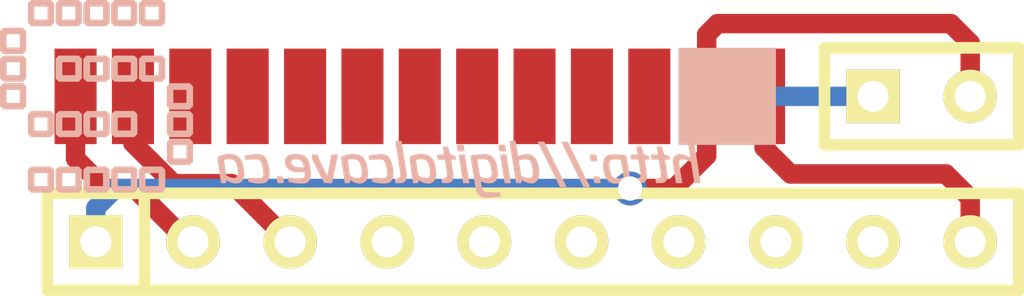
<source format=kicad_pcb>
(kicad_pcb (version 3) (host pcbnew "(2014-01-10 BZR 4027)-stable")

  (general
    (links 6)
    (no_connects 0)
    (area 74.523599 122.61088 108.356401 131.63804)
    (thickness 1.6)
    (drawings 0)
    (tracks 27)
    (zones 0)
    (modules 6)
    (nets 6)
  )

  (page A3)
  (layers
    (15 F.Cu signal)
    (0 B.Cu signal)
    (16 B.Adhes user)
    (17 F.Adhes user)
    (18 B.Paste user)
    (19 F.Paste user)
    (20 B.SilkS user)
    (21 F.SilkS user)
    (22 B.Mask user)
    (23 F.Mask user)
    (24 Dwgs.User user)
    (25 Cmts.User user)
    (26 Eco1.User user)
    (27 Eco2.User user)
    (28 Edge.Cuts user)
  )

  (setup
    (last_trace_width 0.508)
    (user_trace_width 0.381)
    (user_trace_width 0.508)
    (trace_clearance 0.254)
    (zone_clearance 0.508)
    (zone_45_only no)
    (trace_min 0.254)
    (segment_width 0.2)
    (edge_width 0.1)
    (via_size 0.889)
    (via_drill 0.635)
    (via_min_size 0.889)
    (via_min_drill 0.508)
    (uvia_size 0.508)
    (uvia_drill 0.127)
    (uvias_allowed no)
    (uvia_min_size 0.508)
    (uvia_min_drill 0.127)
    (pcb_text_width 0.3)
    (pcb_text_size 1.5 1.5)
    (mod_edge_width 0.15)
    (mod_text_size 1 1)
    (mod_text_width 0.15)
    (pad_size 2.54 2.54)
    (pad_drill 0)
    (pad_to_mask_clearance 0)
    (aux_axis_origin 0 0)
    (visible_elements FFFFFFBF)
    (pcbplotparams
      (layerselection 3178497)
      (usegerberextensions true)
      (excludeedgelayer true)
      (linewidth 0.150000)
      (plotframeref false)
      (viasonmask false)
      (mode 1)
      (useauxorigin false)
      (hpglpennumber 1)
      (hpglpenspeed 20)
      (hpglpendiameter 15)
      (hpglpenoverlay 2)
      (psnegative false)
      (psa4output false)
      (plotreference true)
      (plotvalue true)
      (plotothertext true)
      (plotinvisibletext false)
      (padsonsilk false)
      (subtractmaskfromsilk false)
      (outputformat 1)
      (mirror false)
      (drillshape 1)
      (scaleselection 1)
      (outputdirectory ""))
  )

  (net 0 "")
  (net 1 /GND)
  (net 2 /RX)
  (net 3 /TX)
  (net 4 /VCC)
  (net 5 N-000001)

  (net_class Default "This is the default net class."
    (clearance 0.254)
    (trace_width 0.254)
    (via_dia 0.889)
    (via_drill 0.635)
    (uvia_dia 0.508)
    (uvia_drill 0.127)
    (add_net "")
    (add_net /GND)
    (add_net /RX)
    (add_net /TX)
    (add_net /VCC)
    (add_net N-000001)
  )

  (module 1PIN_SMD (layer B.Cu) (tedit 53960F9D) (tstamp 53960D7F)
    (at 96.52 123.19)
    (descr "module 1 pin (ou trou mecanique de percage)")
    (tags DEV)
    (path /53960A79)
    (fp_text reference P4 (at 0 3.50012) (layer B.SilkS) hide
      (effects (font (size 1.016 1.016) (thickness 0.254)) (justify mirror))
    )
    (fp_text value CONN_1 (at 0.24892 -3.74904) (layer B.SilkS) hide
      (effects (font (size 1.016 1.016) (thickness 0.254)) (justify mirror))
    )
    (pad 1 smd rect (at 0 0) (size 2.54 2.54)
      (layers B.Cu B.Paste B.SilkS B.Mask)
      (net 5 N-000001)
    )
  )

  (module SIL-13 (layer F.Cu) (tedit 53960F83) (tstamp 53960D63)
    (at 93.98 123.19)
    (descr "Connecteur 13 pins")
    (tags "CONN DEV")
    (path /539609FF)
    (fp_text reference P2 (at -10.16 -2.54) (layer F.SilkS) hide
      (effects (font (size 1.72974 1.08712) (thickness 0.27178)))
    )
    (fp_text value CONN_13 (at 5.08 -2.54) (layer F.SilkS) hide
      (effects (font (size 1.524 1.016) (thickness 0.254)))
    )
    (pad 1 smd rect (at -14.5 0) (size 1.1 2.5)
      (layers F.Cu F.Paste F.Mask)
      (net 3 /TX)
    )
    (pad 2 smd rect (at -13 0) (size 1.1 2.5)
      (layers F.Cu F.Paste F.Mask)
      (net 2 /RX)
    )
    (pad 3 smd rect (at -11.5 0) (size 1.1 2.5)
      (layers F.Cu F.Paste F.Mask)
    )
    (pad 4 smd rect (at -10 0) (size 1.1 2.5)
      (layers F.Cu F.Paste F.Mask)
    )
    (pad 5 smd rect (at -8.5 0) (size 1.1 2.5)
      (layers F.Cu F.Paste F.Mask)
    )
    (pad 6 smd rect (at -7 0) (size 1.1 2.5)
      (layers F.Cu F.Paste F.Mask)
    )
    (pad 7 smd rect (at -5.5 0) (size 1.1 2.5)
      (layers F.Cu F.Paste F.Mask)
    )
    (pad 8 smd rect (at -4 0) (size 1.1 2.5)
      (layers F.Cu F.Paste F.Mask)
    )
    (pad 9 smd rect (at -2.5 0) (size 1.1 2.5)
      (layers F.Cu F.Paste F.Mask)
    )
    (pad 10 smd rect (at -1 0) (size 1.1 2.5)
      (layers F.Cu F.Paste F.Mask)
    )
    (pad 11 smd rect (at 0.5 0) (size 1.1 2.5)
      (layers F.Cu F.Paste F.Mask)
    )
    (pad 12 smd rect (at 2 0) (size 1.1 2.5)
      (layers F.Cu F.Paste F.Mask)
      (net 4 /VCC)
    )
    (pad 13 smd rect (at 3.5 0) (size 1.1 2.5)
      (layers F.Cu F.Paste F.Mask)
      (net 1 /GND)
    )
  )

  (module SIL-2 (layer F.Cu) (tedit 53960F89) (tstamp 53960D4D)
    (at 101.6 123.19)
    (descr "Connecteurs 2 pins")
    (tags "CONN DEV")
    (path /53960A6A)
    (fp_text reference P3 (at 0 -2.54) (layer F.SilkS) hide
      (effects (font (size 1.72974 1.08712) (thickness 0.27178)))
    )
    (fp_text value CONN_2 (at 0 -2.54) (layer F.SilkS) hide
      (effects (font (size 1.524 1.016) (thickness 0.3048)))
    )
    (fp_line (start -2.54 1.27) (end -2.54 -1.27) (layer F.SilkS) (width 0.3048))
    (fp_line (start -2.54 -1.27) (end 2.54 -1.27) (layer F.SilkS) (width 0.3048))
    (fp_line (start 2.54 -1.27) (end 2.54 1.27) (layer F.SilkS) (width 0.3048))
    (fp_line (start 2.54 1.27) (end -2.54 1.27) (layer F.SilkS) (width 0.3048))
    (pad 1 thru_hole rect (at -1.27 0) (size 1.397 1.397) (drill 0.8128)
      (layers *.Cu *.Mask F.SilkS)
      (net 5 N-000001)
    )
    (pad 2 thru_hole circle (at 1.27 0) (size 1.397 1.397) (drill 0.8128)
      (layers *.Cu *.Mask F.SilkS)
      (net 4 /VCC)
    )
  )

  (module SIL-10 (layer F.Cu) (tedit 53960F7C) (tstamp 53960D76)
    (at 91.44 127)
    (descr "Connecteur 10 pins")
    (tags "CONN DEV")
    (path /53960BDC)
    (fp_text reference P1 (at -6.35 -2.54) (layer F.SilkS) hide
      (effects (font (size 1.72974 1.08712) (thickness 0.27178)))
    )
    (fp_text value CONN_10 (at 6.35 -2.54) (layer F.SilkS) hide
      (effects (font (size 1.524 1.016) (thickness 0.254)))
    )
    (fp_line (start -12.7 1.27) (end -12.7 -1.27) (layer F.SilkS) (width 0.3048))
    (fp_line (start -12.7 -1.27) (end 12.7 -1.27) (layer F.SilkS) (width 0.3048))
    (fp_line (start 12.7 -1.27) (end 12.7 1.27) (layer F.SilkS) (width 0.3048))
    (fp_line (start 12.7 1.27) (end -12.7 1.27) (layer F.SilkS) (width 0.3048))
    (fp_line (start -10.16 1.27) (end -10.16 -1.27) (layer F.SilkS) (width 0.3048))
    (pad 1 thru_hole rect (at -11.43 0) (size 1.397 1.397) (drill 0.8128)
      (layers *.Cu *.Mask F.SilkS)
      (net 4 /VCC)
    )
    (pad 2 thru_hole circle (at -8.89 0) (size 1.397 1.397) (drill 0.8128)
      (layers *.Cu *.Mask F.SilkS)
      (net 3 /TX)
    )
    (pad 3 thru_hole circle (at -6.35 0) (size 1.397 1.397) (drill 0.8128)
      (layers *.Cu *.Mask F.SilkS)
      (net 2 /RX)
    )
    (pad 4 thru_hole circle (at -3.81 0) (size 1.397 1.397) (drill 0.8128)
      (layers *.Cu *.Mask F.SilkS)
    )
    (pad 5 thru_hole circle (at -1.27 0) (size 1.397 1.397) (drill 0.8128)
      (layers *.Cu *.Mask F.SilkS)
    )
    (pad 6 thru_hole circle (at 1.27 0) (size 1.397 1.397) (drill 0.8128)
      (layers *.Cu *.Mask F.SilkS)
    )
    (pad 7 thru_hole circle (at 3.81 0) (size 1.397 1.397) (drill 0.8128)
      (layers *.Cu *.Mask F.SilkS)
    )
    (pad 8 thru_hole circle (at 6.35 0) (size 1.397 1.397) (drill 0.8128)
      (layers *.Cu *.Mask F.SilkS)
    )
    (pad 9 thru_hole circle (at 8.89 0) (size 1.397 1.397) (drill 0.8128)
      (layers *.Cu *.Mask F.SilkS)
    )
    (pad 10 thru_hole circle (at 11.43 0) (size 1.397 1.397) (drill 0.8128)
      (layers *.Cu *.Mask F.SilkS)
      (net 1 /GND)
    )
  )

  (module DIGITALCAVE_LOGO_SQUARE_SMALL_NO_TEXT_REVERSE (layer F.Cu) (tedit 0) (tstamp 539730DA)
    (at 80.01 123.19)
    (fp_text reference VAL (at 0 0) (layer F.SilkS) hide
      (effects (font (size 0.381 0.381) (thickness 0.127)))
    )
    (fp_text value REF (at 0 0) (layer F.SilkS) hide
      (effects (font (size 0.381 0.381) (thickness 0.127)))
    )
    (fp_poly (pts (xy 1.12776 2.43586) (xy 1.17094 2.47904) (xy 1.21412 2.52222) (xy 1.29794 2.52222)
      (xy 1.29794 2.35204) (xy 1.29794 2.17932) (xy 1.29794 2.00914) (xy 1.47066 2.00914)
      (xy 1.64338 2.00914) (xy 1.64338 2.17932) (xy 1.64338 2.35204) (xy 1.47066 2.35204)
      (xy 1.29794 2.35204) (xy 1.29794 2.52222) (xy 1.47066 2.52222) (xy 1.7272 2.52222)
      (xy 1.77038 2.47904) (xy 1.81356 2.43586) (xy 1.81356 2.17932) (xy 1.81356 1.92278)
      (xy 1.77038 1.8796) (xy 1.7272 1.83896) (xy 1.47066 1.83896) (xy 1.21412 1.83896)
      (xy 1.17094 1.8796) (xy 1.12776 1.92278) (xy 1.12776 2.17932) (xy 1.12776 2.43586)
      (xy 1.12776 2.43586)) (layer B.SilkS) (width 0.00254))
    (fp_poly (pts (xy 0.40132 2.43586) (xy 0.4445 2.47904) (xy 0.48768 2.52222) (xy 0.5715 2.52222)
      (xy 0.5715 2.00914) (xy 0.74422 2.00914) (xy 0.9144 2.00914) (xy 0.9144 2.17932)
      (xy 0.9144 2.35204) (xy 0.74422 2.35204) (xy 0.57404 2.3495) (xy 0.5715 2.17932)
      (xy 0.5715 2.00914) (xy 0.5715 2.52222) (xy 0.74422 2.52222) (xy 1.00076 2.52222)
      (xy 1.04394 2.47904) (xy 1.08458 2.43586) (xy 1.08458 2.17678) (xy 1.08458 1.92024)
      (xy 1.04394 1.8796) (xy 1.0033 1.83896) (xy 0.74422 1.83896) (xy 0.48768 1.83896)
      (xy 0.4445 1.8796) (xy 0.40132 1.92278) (xy 0.40132 2.17932) (xy 0.40132 2.43586)
      (xy 0.40132 2.43586)) (layer B.SilkS) (width 0.00254))
    (fp_poly (pts (xy -0.32512 2.43332) (xy -0.28194 2.4765) (xy -0.23622 2.52222) (xy -0.1524 2.52222)
      (xy -0.1524 2.35204) (xy -0.1524 2.17932) (xy -0.1524 2.00914) (xy 0.01778 2.00914)
      (xy 0.18796 2.00914) (xy 0.18796 2.17932) (xy 0.18796 2.35204) (xy 0.01778 2.35204)
      (xy -0.1524 2.35204) (xy -0.1524 2.52222) (xy 0.01778 2.52222) (xy 0.27432 2.52222)
      (xy 0.3175 2.4765) (xy 0.36068 2.43332) (xy 0.36068 2.17932) (xy 0.36068 1.92278)
      (xy 0.32004 1.8796) (xy 0.27686 1.83896) (xy 0.01778 1.83896) (xy -0.2413 1.83896)
      (xy -0.28194 1.8796) (xy -0.32512 1.92278) (xy -0.32512 2.17932) (xy -0.32512 2.43332)
      (xy -0.32512 2.43332)) (layer B.SilkS) (width 0.00254))
    (fp_poly (pts (xy -1.04902 2.43586) (xy -1.00584 2.47904) (xy -0.9652 2.52222) (xy -0.87884 2.52222)
      (xy -0.87884 2.35204) (xy -0.87884 2.17932) (xy -0.87884 2.00914) (xy -0.70612 2.00914)
      (xy -0.53594 2.00914) (xy -0.53594 2.17678) (xy -0.53594 2.21234) (xy -0.53594 2.24282)
      (xy -0.53594 2.2733) (xy -0.53594 2.2987) (xy -0.53594 2.31902) (xy -0.53594 2.3368)
      (xy -0.53848 2.34696) (xy -0.53848 2.3495) (xy -0.54102 2.3495) (xy -0.55118 2.3495)
      (xy -0.56896 2.35204) (xy -0.58928 2.35204) (xy -0.61468 2.35204) (xy -0.64516 2.35204)
      (xy -0.67818 2.35204) (xy -0.70866 2.35204) (xy -0.87884 2.35204) (xy -0.87884 2.52222)
      (xy -0.70612 2.52222) (xy -0.44958 2.52222) (xy -0.40894 2.47904) (xy -0.36576 2.43586)
      (xy -0.36576 2.17932) (xy -0.36576 1.92278) (xy -0.40894 1.8796) (xy -0.44958 1.83896)
      (xy -0.70866 1.83896) (xy -0.96774 1.83896) (xy -1.00838 1.8796) (xy -1.04902 1.92024)
      (xy -1.04902 2.17932) (xy -1.04902 2.43586) (xy -1.04902 2.43586)) (layer B.SilkS) (width 0.00254))
    (fp_poly (pts (xy -1.77546 2.43586) (xy -1.73482 2.47904) (xy -1.69164 2.52222) (xy -1.60528 2.52222)
      (xy -1.60528 2.35204) (xy -1.60528 2.17932) (xy -1.60528 2.00914) (xy -1.4351 2.00914)
      (xy -1.26238 2.00914) (xy -1.26238 2.17932) (xy -1.26238 2.35204) (xy -1.4351 2.35204)
      (xy -1.60528 2.35204) (xy -1.60528 2.52222) (xy -1.4351 2.52222) (xy -1.17856 2.52222)
      (xy -1.13538 2.47904) (xy -1.0922 2.43586) (xy -1.0922 2.17932) (xy -1.0922 1.92278)
      (xy -1.13538 1.8796) (xy -1.17856 1.83896) (xy -1.4351 1.83896) (xy -1.69164 1.83896)
      (xy -1.73482 1.8796) (xy -1.77546 1.92278) (xy -1.77546 2.17932) (xy -1.77546 2.43586)
      (xy -1.77546 2.43586)) (layer B.SilkS) (width 0.00254))
    (fp_poly (pts (xy 1.85674 1.70942) (xy 1.89992 1.7526) (xy 1.94056 1.79578) (xy 2.02692 1.79578)
      (xy 2.02692 1.6256) (xy 2.02692 1.45288) (xy 2.02692 1.28016) (xy 2.1971 1.28016)
      (xy 2.36982 1.28016) (xy 2.36982 1.45288) (xy 2.36982 1.6256) (xy 2.1971 1.6256)
      (xy 2.02692 1.6256) (xy 2.02692 1.79578) (xy 2.1971 1.79578) (xy 2.45618 1.79324)
      (xy 2.49682 1.7526) (xy 2.54 1.70942) (xy 2.54 1.45288) (xy 2.54 1.19634)
      (xy 2.49682 1.15316) (xy 2.45618 1.10998) (xy 2.1971 1.10998) (xy 1.94056 1.10998)
      (xy 1.89992 1.15316) (xy 1.85674 1.19634) (xy 1.85674 1.45288) (xy 1.85674 1.70942)
      (xy 1.85674 1.70942)) (layer B.SilkS) (width 0.00254))
    (fp_poly (pts (xy 1.85674 0.98298) (xy 1.89992 1.02616) (xy 1.94056 1.0668) (xy 2.02692 1.0668)
      (xy 2.02692 0.89662) (xy 2.02692 0.72644) (xy 2.02692 0.55372) (xy 2.1971 0.55372)
      (xy 2.36728 0.55626) (xy 2.36982 0.72644) (xy 2.36982 0.89662) (xy 2.1971 0.89662)
      (xy 2.02692 0.89662) (xy 2.02692 1.0668) (xy 2.1971 1.0668) (xy 2.45618 1.0668)
      (xy 2.49682 1.02616) (xy 2.54 0.98298) (xy 2.54 0.72644) (xy 2.54 0.46736)
      (xy 2.49682 0.42672) (xy 2.45618 0.38354) (xy 2.1971 0.38354) (xy 1.94056 0.38354)
      (xy 1.89992 0.42672) (xy 1.85674 0.4699) (xy 1.85674 0.72644) (xy 1.85674 0.98298)
      (xy 1.85674 0.98298)) (layer B.SilkS) (width 0.00254))
    (fp_poly (pts (xy 0.40132 0.98298) (xy 0.4445 1.02616) (xy 0.48768 1.0668) (xy 0.5715 1.0668)
      (xy 0.5715 0.89662) (xy 0.5715 0.72644) (xy 0.57404 0.55626) (xy 0.74422 0.55372)
      (xy 0.9144 0.55372) (xy 0.9144 0.72644) (xy 0.9144 0.89662) (xy 0.74422 0.89662)
      (xy 0.5715 0.89662) (xy 0.5715 1.0668) (xy 0.74676 1.0668) (xy 1.0033 1.0668)
      (xy 1.04394 1.02616) (xy 1.08458 0.98552) (xy 1.08458 0.72644) (xy 1.08458 0.4699)
      (xy 1.04394 0.42672) (xy 1.00076 0.38354) (xy 0.74422 0.38354) (xy 0.48768 0.38354)
      (xy 0.4445 0.42672) (xy 0.40132 0.4699) (xy 0.40132 0.72644) (xy 0.40132 0.98298)
      (xy 0.40132 0.98298)) (layer B.SilkS) (width 0.00254))
    (fp_poly (pts (xy -0.32512 0.98298) (xy -0.28194 1.02616) (xy -0.2413 1.0668) (xy -0.1524 1.0668)
      (xy -0.1524 0.89662) (xy -0.1524 0.72644) (xy -0.1524 0.55372) (xy 0.01778 0.55372)
      (xy 0.18796 0.55372) (xy 0.18796 0.72644) (xy 0.18796 0.89662) (xy 0.01778 0.89662)
      (xy -0.1524 0.89662) (xy -0.1524 1.0668) (xy 0.01778 1.0668) (xy 0.27686 1.0668)
      (xy 0.32004 1.02362) (xy 0.36068 0.98298) (xy 0.36068 0.72644) (xy 0.36068 0.47244)
      (xy 0.3175 0.42672) (xy 0.27432 0.38354) (xy 0.01778 0.38354) (xy -0.23622 0.38354)
      (xy -0.28194 0.42672) (xy -0.32512 0.47244) (xy -0.32512 0.72644) (xy -0.32512 0.98298)
      (xy -0.32512 0.98298)) (layer B.SilkS) (width 0.00254))
    (fp_poly (pts (xy -1.04902 0.98552) (xy -1.00838 1.02616) (xy -0.96774 1.0668) (xy -0.87884 1.0668)
      (xy -0.87884 0.89662) (xy -0.87884 0.72644) (xy -0.87884 0.55372) (xy -0.70866 0.55372)
      (xy -0.53848 0.55626) (xy -0.53594 0.72644) (xy -0.53594 0.89662) (xy -0.70612 0.89662)
      (xy -0.87884 0.89662) (xy -0.87884 1.0668) (xy -0.70866 1.0668) (xy -0.44958 1.0668)
      (xy -0.40894 1.02362) (xy -0.36576 0.98298) (xy -0.36576 0.72644) (xy -0.36576 0.46736)
      (xy -0.40894 0.42672) (xy -0.44958 0.38354) (xy -0.70866 0.38354) (xy -0.9652 0.38354)
      (xy -1.00584 0.42672) (xy -1.04902 0.4699) (xy -1.04902 0.72644) (xy -1.04902 0.98552)
      (xy -1.04902 0.98552)) (layer B.SilkS) (width 0.00254))
    (fp_poly (pts (xy -1.77546 0.98298) (xy -1.73482 1.02616) (xy -1.69164 1.0668) (xy -1.60528 1.0668)
      (xy -1.60528 0.89662) (xy -1.60528 0.72644) (xy -1.60528 0.55372) (xy -1.4351 0.55372)
      (xy -1.26492 0.55626) (xy -1.26238 0.72644) (xy -1.26238 0.89662) (xy -1.4351 0.89662)
      (xy -1.60528 0.89662) (xy -1.60528 1.0668) (xy -1.4351 1.0668) (xy -1.17856 1.0668)
      (xy -1.13538 1.02362) (xy -1.0922 0.98298) (xy -1.0922 0.72644) (xy -1.0922 0.46736)
      (xy -1.13538 0.42672) (xy -1.17856 0.38354) (xy -1.4351 0.38354) (xy -1.69164 0.38354)
      (xy -1.73482 0.42672) (xy -1.77546 0.4699) (xy -1.77546 0.72644) (xy -1.77546 0.98298)
      (xy -1.77546 0.98298)) (layer B.SilkS) (width 0.00254))
    (fp_poly (pts (xy 1.85674 0.25908) (xy 1.89992 0.30226) (xy 1.9431 0.3429) (xy 2.02692 0.3429)
      (xy 2.02692 0.17018) (xy 2.02692 0) (xy 2.02692 -0.17018) (xy 2.1971 -0.17018)
      (xy 2.36982 -0.17018) (xy 2.36982 0) (xy 2.36982 0.17018) (xy 2.1971 0.17018)
      (xy 2.02692 0.17018) (xy 2.02692 0.3429) (xy 2.1971 0.3429) (xy 2.4511 0.3429)
      (xy 2.49682 0.29972) (xy 2.54 0.25654) (xy 2.54 -0.00254) (xy 2.54 -0.25908)
      (xy 2.49682 -0.30226) (xy 2.45364 -0.3429) (xy 2.1971 -0.3429) (xy 1.94056 -0.3429)
      (xy 1.89992 -0.30226) (xy 1.85674 -0.25908) (xy 1.85674 0) (xy 1.85674 0.25908)
      (xy 1.85674 0.25908)) (layer B.SilkS) (width 0.00254))
    (fp_poly (pts (xy -2.50444 0.254) (xy -2.45872 0.29972) (xy -2.41554 0.3429) (xy -2.33426 0.3429)
      (xy -2.33426 0.17018) (xy -2.33426 0) (xy -2.33426 -0.17018) (xy -2.16154 -0.17018)
      (xy -1.98882 -0.17018) (xy -1.98882 0) (xy -1.98882 0.17018) (xy -2.16154 0.17018)
      (xy -2.33426 0.17018) (xy -2.33426 0.3429) (xy -2.16154 0.3429) (xy -1.905 0.3429)
      (xy -1.86182 0.30226) (xy -1.81864 0.25908) (xy -1.81864 0) (xy -1.81864 -0.25908)
      (xy -1.86182 -0.30226) (xy -1.905 -0.3429) (xy -2.16154 -0.3429) (xy -2.41808 -0.3429)
      (xy -2.46126 -0.30226) (xy -2.50444 -0.25908) (xy -2.50444 -0.00254) (xy -2.50444 0.254)
      (xy -2.50444 0.254)) (layer B.SilkS) (width 0.00254))
    (fp_poly (pts (xy 1.12776 -0.46736) (xy 1.17094 -0.42672) (xy 1.21412 -0.38354) (xy 1.29794 -0.38354)
      (xy 1.29794 -0.89662) (xy 1.47066 -0.89662) (xy 1.64338 -0.89662) (xy 1.64338 -0.72644)
      (xy 1.64338 -0.55372) (xy 1.47066 -0.55372) (xy 1.30048 -0.55626) (xy 1.30048 -0.72644)
      (xy 1.29794 -0.89662) (xy 1.29794 -0.38354) (xy 1.47066 -0.38354) (xy 1.7272 -0.38354)
      (xy 1.77038 -0.42672) (xy 1.81356 -0.4699) (xy 1.81356 -0.72644) (xy 1.81356 -0.98552)
      (xy 1.77292 -1.02616) (xy 1.73228 -1.0668) (xy 1.4732 -1.0668) (xy 1.21412 -1.0668)
      (xy 1.17094 -1.02362) (xy 1.12776 -0.98298) (xy 1.12776 -0.72644) (xy 1.12776 -0.46736)
      (xy 1.12776 -0.46736)) (layer B.SilkS) (width 0.00254))
    (fp_poly (pts (xy 0.40132 -0.47244) (xy 0.44704 -0.42672) (xy 0.49022 -0.38354) (xy 0.5715 -0.38354)
      (xy 0.5715 -0.89662) (xy 0.74422 -0.89662) (xy 0.9144 -0.89662) (xy 0.9144 -0.72644)
      (xy 0.9144 -0.55372) (xy 0.74422 -0.55372) (xy 0.57404 -0.55626) (xy 0.5715 -0.72644)
      (xy 0.5715 -0.89662) (xy 0.5715 -0.38354) (xy 0.74676 -0.38354) (xy 1.00076 -0.38354)
      (xy 1.04394 -0.42672) (xy 1.08458 -0.4699) (xy 1.08458 -0.72644) (xy 1.08458 -0.98552)
      (xy 1.04394 -1.02616) (xy 1.0033 -1.0668) (xy 0.74422 -1.0668) (xy 0.48768 -1.0668)
      (xy 0.4445 -1.02362) (xy 0.40132 -0.98298) (xy 0.40132 -0.72644) (xy 0.40132 -0.47244)
      (xy 0.40132 -0.47244)) (layer B.SilkS) (width 0.00254))
    (fp_poly (pts (xy -0.32512 -0.47244) (xy -0.28194 -0.42672) (xy -0.23622 -0.38354) (xy -0.1524 -0.38354)
      (xy -0.1524 -0.55372) (xy -0.1524 -0.72644) (xy -0.1524 -0.89662) (xy 0.01778 -0.89662)
      (xy 0.18796 -0.89662) (xy 0.18796 -0.72644) (xy 0.18796 -0.55372) (xy 0.01778 -0.55372)
      (xy -0.1524 -0.55372) (xy -0.1524 -0.38354) (xy 0.01778 -0.38354) (xy 0.27432 -0.38354)
      (xy 0.3175 -0.42672) (xy 0.36068 -0.47244) (xy 0.36068 -0.72644) (xy 0.36068 -0.98298)
      (xy 0.32004 -1.02362) (xy 0.27686 -1.0668) (xy 0.01778 -1.0668) (xy -0.2413 -1.0668)
      (xy -0.28194 -1.02362) (xy -0.32512 -0.98298) (xy -0.32512 -0.72644) (xy -0.32512 -0.47244)
      (xy -0.32512 -0.47244)) (layer B.SilkS) (width 0.00254))
    (fp_poly (pts (xy -1.04902 -0.46736) (xy -1.00584 -0.42672) (xy -0.9652 -0.38354) (xy -0.87884 -0.38354)
      (xy -0.87884 -0.55372) (xy -0.87884 -0.72644) (xy -0.87884 -0.89662) (xy -0.70612 -0.89662)
      (xy -0.53594 -0.89662) (xy -0.53594 -0.72898) (xy -0.53594 -0.69342) (xy -0.53594 -0.6604)
      (xy -0.53594 -0.63246) (xy -0.53594 -0.60706) (xy -0.53594 -0.58674) (xy -0.53594 -0.56896)
      (xy -0.53848 -0.5588) (xy -0.53848 -0.55626) (xy -0.54102 -0.55626) (xy -0.55118 -0.55626)
      (xy -0.56896 -0.55372) (xy -0.58928 -0.55372) (xy -0.61468 -0.55372) (xy -0.64516 -0.55372)
      (xy -0.67818 -0.55372) (xy -0.70866 -0.55372) (xy -0.87884 -0.55372) (xy -0.87884 -0.38354)
      (xy -0.70866 -0.38354) (xy -0.45466 -0.38354) (xy -0.40894 -0.42672) (xy -0.36576 -0.47244)
      (xy -0.36576 -0.72644) (xy -0.36576 -0.98298) (xy -0.40894 -1.02362) (xy -0.44958 -1.0668)
      (xy -0.70866 -1.0668) (xy -0.96774 -1.0668) (xy -1.00838 -1.02616) (xy -1.04902 -0.98552)
      (xy -1.04902 -0.72644) (xy -1.04902 -0.46736) (xy -1.04902 -0.46736)) (layer B.SilkS) (width 0.00254))
    (fp_poly (pts (xy -2.50444 -0.46736) (xy -2.46126 -0.42672) (xy -2.41808 -0.38354) (xy -2.33426 -0.38354)
      (xy -2.33426 -0.89662) (xy -2.16154 -0.89662) (xy -1.98882 -0.89662) (xy -1.98882 -0.72644)
      (xy -1.98882 -0.55372) (xy -2.16154 -0.55372) (xy -2.33172 -0.55626) (xy -2.33172 -0.72644)
      (xy -2.33426 -0.89662) (xy -2.33426 -0.38354) (xy -2.16154 -0.38354) (xy -1.905 -0.38354)
      (xy -1.86182 -0.42672) (xy -1.81864 -0.4699) (xy -1.81864 -0.72644) (xy -1.81864 -0.98552)
      (xy -1.86182 -1.02616) (xy -1.90246 -1.0668) (xy -2.159 -1.0668) (xy -2.41808 -1.0668)
      (xy -2.46126 -1.02362) (xy -2.50444 -0.98298) (xy -2.50444 -0.72644) (xy -2.50444 -0.46736)
      (xy -2.50444 -0.46736)) (layer B.SilkS) (width 0.00254))
    (fp_poly (pts (xy -2.50444 -1.19634) (xy -2.46126 -1.15316) (xy -2.41808 -1.10998) (xy -2.33426 -1.10998)
      (xy -2.33426 -1.28016) (xy -2.33426 -1.45288) (xy -2.33426 -1.6256) (xy -2.16154 -1.6256)
      (xy -1.98882 -1.6256) (xy -1.98882 -1.45288) (xy -1.98882 -1.28016) (xy -2.16154 -1.28016)
      (xy -2.33426 -1.28016) (xy -2.33426 -1.10998) (xy -2.16154 -1.10998) (xy -1.905 -1.10998)
      (xy -1.86182 -1.15316) (xy -1.81864 -1.19634) (xy -1.81864 -1.45288) (xy -1.81864 -1.70942)
      (xy -1.86182 -1.7526) (xy -1.905 -1.79578) (xy -2.16154 -1.79578) (xy -2.41808 -1.79578)
      (xy -2.46126 -1.7526) (xy -2.50444 -1.70942) (xy -2.50444 -1.45288) (xy -2.50444 -1.19634)
      (xy -2.50444 -1.19634)) (layer B.SilkS) (width 0.00254))
    (fp_poly (pts (xy 1.12776 -1.92278) (xy 1.17094 -1.8796) (xy 1.21412 -1.83896) (xy 1.29794 -1.83896)
      (xy 1.29794 -2.00914) (xy 1.29794 -2.17932) (xy 1.29794 -2.35204) (xy 1.47066 -2.35204)
      (xy 1.64338 -2.35204) (xy 1.64338 -2.17932) (xy 1.64338 -2.00914) (xy 1.47066 -2.00914)
      (xy 1.29794 -2.00914) (xy 1.29794 -1.83896) (xy 1.47066 -1.83896) (xy 1.7272 -1.83896)
      (xy 1.77038 -1.8796) (xy 1.81356 -1.92278) (xy 1.81356 -2.17932) (xy 1.81356 -2.43586)
      (xy 1.77038 -2.47904) (xy 1.7272 -2.52222) (xy 1.47066 -2.52222) (xy 1.21412 -2.52222)
      (xy 1.17094 -2.47904) (xy 1.12776 -2.43586) (xy 1.12776 -2.17932) (xy 1.12776 -1.92278)
      (xy 1.12776 -1.92278)) (layer B.SilkS) (width 0.00254))
    (fp_poly (pts (xy 0.40132 -1.92278) (xy 0.4445 -1.8796) (xy 0.48768 -1.83896) (xy 0.57404 -1.83896)
      (xy 0.57404 -2.00914) (xy 0.57404 -2.17932) (xy 0.57404 -2.3495) (xy 0.74422 -2.35204)
      (xy 0.9144 -2.35204) (xy 0.9144 -2.17932) (xy 0.9144 -2.00914) (xy 0.74422 -2.00914)
      (xy 0.57404 -2.00914) (xy 0.57404 -1.83896) (xy 0.74422 -1.83896) (xy 1.00076 -1.83896)
      (xy 1.04394 -1.8796) (xy 1.08458 -1.92278) (xy 1.08458 -2.17932) (xy 1.08458 -2.43586)
      (xy 1.04394 -2.47904) (xy 1.00076 -2.52222) (xy 0.74422 -2.52222) (xy 0.48514 -2.52222)
      (xy 0.4445 -2.47904) (xy 0.40132 -2.43586) (xy 0.40132 -2.17932) (xy 0.40132 -1.92278)
      (xy 0.40132 -1.92278)) (layer B.SilkS) (width 0.00254))
    (fp_poly (pts (xy -0.32512 -1.92278) (xy -0.28448 -1.88214) (xy -0.2413 -1.83896) (xy -0.1524 -1.83896)
      (xy -0.1524 -2.00914) (xy -0.1524 -2.17932) (xy -0.1524 -2.35204) (xy 0.01778 -2.35204)
      (xy 0.18796 -2.35204) (xy 0.18796 -2.17932) (xy 0.18796 -2.00914) (xy 0.01778 -2.00914)
      (xy -0.1524 -2.00914) (xy -0.1524 -1.83896) (xy 0.01778 -1.83896) (xy 0.27686 -1.83896)
      (xy 0.32004 -1.8796) (xy 0.36068 -1.92278) (xy 0.36068 -2.17932) (xy 0.36068 -2.43586)
      (xy 0.32004 -2.47904) (xy 0.27686 -2.52222) (xy 0.02032 -2.52222) (xy -0.23876 -2.52222)
      (xy -0.28194 -2.4765) (xy -0.32512 -2.43332) (xy -0.32512 -2.17932) (xy -0.32512 -1.92278)
      (xy -0.32512 -1.92278)) (layer B.SilkS) (width 0.00254))
    (fp_poly (pts (xy -1.04902 -1.92278) (xy -1.00584 -1.8796) (xy -0.9652 -1.83896) (xy -0.87884 -1.83896)
      (xy -0.87884 -2.00914) (xy -0.87884 -2.17932) (xy -0.87884 -2.35204) (xy -0.70866 -2.35204)
      (xy -0.53848 -2.3495) (xy -0.53594 -2.17932) (xy -0.53594 -2.00914) (xy -0.70612 -2.00914)
      (xy -0.87884 -2.00914) (xy -0.87884 -1.83896) (xy -0.70612 -1.83896) (xy -0.44958 -1.83896)
      (xy -0.40894 -1.8796) (xy -0.36576 -1.92278) (xy -0.36576 -2.17932) (xy -0.36576 -2.43586)
      (xy -0.4064 -2.47904) (xy -0.44958 -2.52222) (xy -0.70612 -2.52222) (xy -0.9652 -2.52222)
      (xy -1.00584 -2.47904) (xy -1.04902 -2.43586) (xy -1.04902 -2.17932) (xy -1.04902 -1.92278)
      (xy -1.04902 -1.92278)) (layer B.SilkS) (width 0.00254))
    (fp_poly (pts (xy -1.77546 -1.92278) (xy -1.73482 -1.8796) (xy -1.69164 -1.83896) (xy -1.60528 -1.83896)
      (xy -1.60528 -2.00914) (xy -1.60528 -2.17932) (xy -1.60528 -2.35204) (xy -1.4351 -2.35204)
      (xy -1.26238 -2.35204) (xy -1.26238 -2.17932) (xy -1.26238 -2.00914) (xy -1.4351 -2.00914)
      (xy -1.60528 -2.00914) (xy -1.60528 -1.83896) (xy -1.4351 -1.83896) (xy -1.17856 -1.83896)
      (xy -1.13538 -1.8796) (xy -1.0922 -1.92278) (xy -1.0922 -2.17932) (xy -1.0922 -2.43586)
      (xy -1.13538 -2.47904) (xy -1.17602 -2.52222) (xy -1.4351 -2.52222) (xy -1.69164 -2.52222)
      (xy -1.73482 -2.47904) (xy -1.77546 -2.43586) (xy -1.77546 -2.17932) (xy -1.77546 -1.92278)
      (xy -1.77546 -1.92278)) (layer B.SilkS) (width 0.00254))
  )

  (module DIGITALCAVE_URL_SMALL_REVERSE (layer F.Cu) (tedit 0) (tstamp 5397923D)
    (at 89.535 125.095)
    (fp_text reference VAL (at 0 0) (layer F.SilkS) hide
      (effects (font (size 0.381 0.381) (thickness 0.127)))
    )
    (fp_text value REF (at 0 0) (layer F.SilkS) hide
      (effects (font (size 0.381 0.381) (thickness 0.127)))
    )
    (fp_poly (pts (xy 0.26924 -0.3556) (xy 0.26924 -0.35052) (xy 0.26924 -0.33782) (xy 0.27432 -0.32004)
      (xy 0.27686 -0.29464) (xy 0.28194 -0.26162) (xy 0.28702 -0.22606) (xy 0.29464 -0.18542)
      (xy 0.29972 -0.14224) (xy 0.30734 -0.09398) (xy 0.3175 -0.04318) (xy 0.32512 0.00762)
      (xy 0.33274 0.06096) (xy 0.3429 0.11176) (xy 0.35052 0.1651) (xy 0.35814 0.21844)
      (xy 0.36576 0.2667) (xy 0.37592 0.31496) (xy 0.381 0.36068) (xy 0.38862 0.40132)
      (xy 0.39624 0.43942) (xy 0.40132 0.4699) (xy 0.4064 0.49784) (xy 0.40894 0.51816)
      (xy 0.41148 0.53086) (xy 0.41148 0.53594) (xy 0.42672 0.5842) (xy 0.44704 0.62738)
      (xy 0.44958 0.62992) (xy 0.44958 -0.25146) (xy 0.44958 -0.254) (xy 0.45466 -0.25654)
      (xy 0.45974 -0.25654) (xy 0.47244 -0.25654) (xy 0.49022 -0.25908) (xy 0.51308 -0.25908)
      (xy 0.54356 -0.25908) (xy 0.55118 -0.25908) (xy 0.58928 -0.25908) (xy 0.61976 -0.25654)
      (xy 0.64262 -0.25654) (xy 0.66294 -0.254) (xy 0.67818 -0.25146) (xy 0.68834 -0.24638)
      (xy 0.70104 -0.2413) (xy 0.7112 -0.23622) (xy 0.71374 -0.23368) (xy 0.72898 -0.22098)
      (xy 0.74422 -0.20066) (xy 0.75946 -0.1778) (xy 0.77216 -0.15494) (xy 0.77724 -0.1397)
      (xy 0.7874 -0.11176) (xy 0.79756 -0.0762) (xy 0.80518 -0.03556) (xy 0.8128 0.00762)
      (xy 0.82042 0.0508) (xy 0.82296 0.09652) (xy 0.82296 0.13462) (xy 0.81788 0.16764)
      (xy 0.80772 0.19304) (xy 0.78994 0.21336) (xy 0.76708 0.2286) (xy 0.75438 0.23368)
      (xy 0.73914 0.23622) (xy 0.72136 0.23622) (xy 0.69596 0.23622) (xy 0.67056 0.23368)
      (xy 0.64516 0.23368) (xy 0.62992 0.23114) (xy 0.6096 0.22606) (xy 0.58674 0.22098)
      (xy 0.56642 0.2159) (xy 0.54864 0.21082) (xy 0.5334 0.20828) (xy 0.52578 0.2032)
      (xy 0.52324 0.2032) (xy 0.52324 0.19812) (xy 0.5207 0.18796) (xy 0.51816 0.16764)
      (xy 0.51308 0.14478) (xy 0.508 0.11684) (xy 0.50292 0.08382) (xy 0.49784 0.04826)
      (xy 0.49022 0.0127) (xy 0.48514 -0.0254) (xy 0.47752 -0.0635) (xy 0.47244 -0.09906)
      (xy 0.46736 -0.13462) (xy 0.46228 -0.16764) (xy 0.4572 -0.19558) (xy 0.45466 -0.21844)
      (xy 0.44958 -0.23622) (xy 0.44958 -0.24892) (xy 0.44958 -0.25146) (xy 0.44958 0.62992)
      (xy 0.47244 0.66294) (xy 0.50292 0.69088) (xy 0.53848 0.71628) (xy 0.55372 0.72644)
      (xy 0.56896 0.73406) (xy 0.58674 0.73914) (xy 0.60452 0.74422) (xy 0.62484 0.74676)
      (xy 0.64516 0.7493) (xy 0.67056 0.75184) (xy 0.70104 0.7493) (xy 0.7366 0.7493)
      (xy 0.77724 0.74676) (xy 0.8255 0.74168) (xy 0.87884 0.7366) (xy 0.88392 0.7366)
      (xy 0.91948 0.73152) (xy 0.95504 0.72898) (xy 0.98552 0.72644) (xy 1.01092 0.72136)
      (xy 1.03124 0.71882) (xy 1.04648 0.71882) (xy 1.0541 0.71628) (xy 1.0541 0.71628)
      (xy 1.0541 0.71374) (xy 1.05156 0.70104) (xy 1.05156 0.6858) (xy 1.04902 0.66548)
      (xy 1.04902 0.66294) (xy 1.0414 0.6096) (xy 0.85598 0.6096) (xy 0.67056 0.60706)
      (xy 0.6477 0.59436) (xy 0.6223 0.57912) (xy 0.59944 0.55626) (xy 0.58166 0.53086)
      (xy 0.57658 0.51816) (xy 0.57404 0.508) (xy 0.56896 0.49276) (xy 0.56642 0.47244)
      (xy 0.56134 0.44958) (xy 0.55626 0.42418) (xy 0.55118 0.39878) (xy 0.54864 0.37592)
      (xy 0.5461 0.3556) (xy 0.54356 0.33782) (xy 0.54356 0.32766) (xy 0.54356 0.32258)
      (xy 0.5461 0.32512) (xy 0.55626 0.32766) (xy 0.5715 0.33274) (xy 0.57912 0.33782)
      (xy 0.6096 0.34798) (xy 0.635 0.35814) (xy 0.66294 0.36322) (xy 0.68834 0.3683)
      (xy 0.72136 0.37084) (xy 0.74676 0.37084) (xy 0.7747 0.37084) (xy 0.79502 0.3683)
      (xy 0.81026 0.3683) (xy 0.82296 0.36576) (xy 0.83566 0.36322) (xy 0.84582 0.36068)
      (xy 0.87884 0.34798) (xy 0.90678 0.3302) (xy 0.92964 0.30734) (xy 0.94488 0.28956)
      (xy 0.9525 0.27686) (xy 0.96266 0.25908) (xy 0.97028 0.23622) (xy 0.97536 0.22098)
      (xy 0.9779 0.20574) (xy 0.98044 0.19304) (xy 0.98298 0.18034) (xy 0.98298 0.1651)
      (xy 0.98298 0.14478) (xy 0.98552 0.11938) (xy 0.98552 0.10414) (xy 0.98044 0.02794)
      (xy 0.97282 -0.04318) (xy 0.96012 -0.11176) (xy 0.9398 -0.17018) (xy 0.91694 -0.22606)
      (xy 0.89916 -0.25654) (xy 0.88138 -0.28194) (xy 0.86106 -0.3048) (xy 0.83566 -0.32766)
      (xy 0.81026 -0.34798) (xy 0.79248 -0.35814) (xy 0.76708 -0.37084) (xy 0.7366 -0.381)
      (xy 0.70612 -0.38862) (xy 0.68072 -0.39116) (xy 0.66802 -0.3937) (xy 0.6477 -0.3937)
      (xy 0.6223 -0.39116) (xy 0.59182 -0.39116) (xy 0.5588 -0.38862) (xy 0.52578 -0.38608)
      (xy 0.49276 -0.38354) (xy 0.46228 -0.381) (xy 0.43434 -0.37846) (xy 0.4318 -0.37846)
      (xy 0.41148 -0.37592) (xy 0.38862 -0.37338) (xy 0.36322 -0.37084) (xy 0.34036 -0.36576)
      (xy 0.3175 -0.36322) (xy 0.29718 -0.36068) (xy 0.28194 -0.35814) (xy 0.27178 -0.3556)
      (xy 0.26924 -0.3556) (xy 0.26924 -0.3556)) (layer B.SilkS) (width 0.00254))
    (fp_poly (pts (xy 3.73634 -0.1016) (xy 3.73888 -0.06096) (xy 3.74142 -0.02032) (xy 3.74904 0.0254)
      (xy 3.75412 0.0508) (xy 3.76428 0.10414) (xy 3.77698 0.14986) (xy 3.78968 0.18796)
      (xy 3.80746 0.22352) (xy 3.82778 0.25654) (xy 3.83032 0.26416) (xy 3.8608 0.29972)
      (xy 3.89382 0.3302) (xy 3.90398 0.33528) (xy 3.90398 -0.09906) (xy 3.90398 -0.12446)
      (xy 3.90398 -0.14986) (xy 3.90652 -0.16764) (xy 3.90652 -0.17272) (xy 3.91668 -0.20066)
      (xy 3.93446 -0.22352) (xy 3.95224 -0.2413) (xy 3.97256 -0.25146) (xy 4.08432 -0.25146)
      (xy 4.19608 -0.25146) (xy 4.23418 -0.02794) (xy 4.2418 0.01524) (xy 4.24688 0.05588)
      (xy 4.2545 0.09398) (xy 4.25958 0.127) (xy 4.26466 0.15494) (xy 4.2672 0.1778)
      (xy 4.26974 0.19304) (xy 4.26974 0.2032) (xy 4.26974 0.20574) (xy 4.26466 0.21082)
      (xy 4.2545 0.21844) (xy 4.23672 0.22606) (xy 4.2164 0.23114) (xy 4.19354 0.23622)
      (xy 4.17068 0.2413) (xy 4.14528 0.24384) (xy 4.13512 0.24638) (xy 4.11988 0.24384)
      (xy 4.09956 0.24384) (xy 4.07924 0.2413) (xy 4.0767 0.2413) (xy 4.04368 0.23368)
      (xy 4.0132 0.22098) (xy 3.99034 0.2032) (xy 3.96748 0.1778) (xy 3.95478 0.14986)
      (xy 3.94462 0.127) (xy 3.93446 0.09906) (xy 3.92684 0.06858) (xy 3.91668 0.03302)
      (xy 3.9116 0) (xy 3.90652 -0.02032) (xy 3.90398 -0.04318) (xy 3.90398 -0.07112)
      (xy 3.90398 -0.09906) (xy 3.90398 0.33528) (xy 3.93192 0.35306) (xy 3.9751 0.3683)
      (xy 4.02336 0.37846) (xy 4.0767 0.381) (xy 4.11734 0.37592) (xy 4.17068 0.3683)
      (xy 4.2164 0.35814) (xy 4.25704 0.34544) (xy 4.26212 0.3429) (xy 4.27482 0.33782)
      (xy 4.28752 0.33274) (xy 4.2926 0.33274) (xy 4.2926 0.33274) (xy 4.2926 0.33782)
      (xy 4.29514 0.34798) (xy 4.29768 0.36576) (xy 4.30276 0.39116) (xy 4.30784 0.4191)
      (xy 4.31292 0.44958) (xy 4.318 0.4826) (xy 4.32308 0.51816) (xy 4.3307 0.55626)
      (xy 4.33578 0.59182) (xy 4.34086 0.62484) (xy 4.34594 0.65786) (xy 4.35102 0.6858)
      (xy 4.3561 0.70866) (xy 4.35864 0.72898) (xy 4.35864 0.74168) (xy 4.36118 0.74676)
      (xy 4.36372 0.74676) (xy 4.37642 0.74676) (xy 4.39166 0.7493) (xy 4.41452 0.7493)
      (xy 4.43992 0.7493) (xy 4.44246 0.7493) (xy 4.52628 0.7493) (xy 4.52374 0.73914)
      (xy 4.52374 0.73406) (xy 4.5212 0.72136) (xy 4.51612 0.70104) (xy 4.51104 0.6731)
      (xy 4.50596 0.64008) (xy 4.50088 0.59944) (xy 4.49326 0.55626) (xy 4.48564 0.50546)
      (xy 4.47548 0.45212) (xy 4.46532 0.3937) (xy 4.45516 0.33274) (xy 4.445 0.26924)
      (xy 4.43484 0.2032) (xy 4.4323 0.18796) (xy 4.42214 0.12192) (xy 4.40944 0.05842)
      (xy 4.39928 -0.00508) (xy 4.39166 -0.0635) (xy 4.3815 -0.11684) (xy 4.37388 -0.16764)
      (xy 4.36626 -0.21336) (xy 4.35864 -0.25146) (xy 4.35356 -0.28702) (xy 4.34848 -0.31496)
      (xy 4.3434 -0.33528) (xy 4.34086 -0.35052) (xy 4.34086 -0.3556) (xy 4.34086 -0.3556)
      (xy 4.33578 -0.35814) (xy 4.32308 -0.36068) (xy 4.30784 -0.36322) (xy 4.3053 -0.36322)
      (xy 4.25704 -0.37084) (xy 4.20624 -0.37592) (xy 4.15544 -0.37846) (xy 4.09702 -0.38354)
      (xy 4.04368 -0.38354) (xy 4.00812 -0.38354) (xy 3.97764 -0.38608) (xy 3.95732 -0.38608)
      (xy 3.93954 -0.38354) (xy 3.9243 -0.38354) (xy 3.91414 -0.38354) (xy 3.90398 -0.381)
      (xy 3.8989 -0.37846) (xy 3.86842 -0.37084) (xy 3.84302 -0.35814) (xy 3.82016 -0.34036)
      (xy 3.81 -0.3302) (xy 3.78714 -0.30226) (xy 3.76682 -0.26924) (xy 3.75412 -0.23114)
      (xy 3.74396 -0.18542) (xy 3.73888 -0.1397) (xy 3.73634 -0.1016) (xy 3.73634 -0.1016)) (layer B.SilkS) (width 0.00254))
    (fp_poly (pts (xy 2.6416 -0.71882) (xy 2.64414 -0.71374) (xy 2.64922 -0.70358) (xy 2.65684 -0.6858)
      (xy 2.66954 -0.6604) (xy 2.68478 -0.62992) (xy 2.70256 -0.59436) (xy 2.72288 -0.55372)
      (xy 2.7432 -0.508) (xy 2.7686 -0.45974) (xy 2.794 -0.40386) (xy 2.82448 -0.34798)
      (xy 2.85242 -0.28702) (xy 2.88544 -0.22352) (xy 2.91592 -0.15748) (xy 2.9337 -0.12446)
      (xy 3.22326 0.46736) (xy 3.30962 0.4699) (xy 3.39598 0.4699) (xy 3.38328 0.4445)
      (xy 3.3782 0.43688) (xy 3.37312 0.42164) (xy 3.36296 0.40132) (xy 3.35026 0.37592)
      (xy 3.33248 0.3429) (xy 3.3147 0.3048) (xy 3.29438 0.26162) (xy 3.26898 0.21336)
      (xy 3.24358 0.16256) (xy 3.21818 0.10668) (xy 3.1877 0.04826) (xy 3.15976 -0.0127)
      (xy 3.12674 -0.0762) (xy 3.09626 -0.14224) (xy 3.09118 -0.14986) (xy 2.81178 -0.71882)
      (xy 2.72796 -0.71882) (xy 2.70002 -0.71882) (xy 2.6797 -0.71882) (xy 2.65938 -0.71882)
      (xy 2.64668 -0.71882) (xy 2.6416 -0.71882) (xy 2.6416 -0.71882) (xy 2.6416 -0.71882)) (layer B.SilkS) (width 0.00254))
    (fp_poly (pts (xy 2.02946 -0.71628) (xy 2.02946 -0.7112) (xy 2.03708 -0.70104) (xy 2.0447 -0.68072)
      (xy 2.0574 -0.65786) (xy 2.07264 -0.62738) (xy 2.09042 -0.58928) (xy 2.11074 -0.54864)
      (xy 2.13106 -0.50292) (xy 2.15646 -0.45212) (xy 2.1844 -0.39878) (xy 2.21234 -0.3429)
      (xy 2.24028 -0.28194) (xy 2.2733 -0.21844) (xy 2.30378 -0.1524) (xy 2.31902 -0.12192)
      (xy 2.61112 0.4699) (xy 2.69494 0.4699) (xy 2.7813 0.4699) (xy 2.73304 0.37084)
      (xy 2.72542 0.3556) (xy 2.71272 0.33274) (xy 2.70002 0.30226) (xy 2.68224 0.2667)
      (xy 2.66192 0.22606) (xy 2.63906 0.18034) (xy 2.61366 0.12954) (xy 2.58826 0.0762)
      (xy 2.56032 0.02032) (xy 2.53238 -0.0381) (xy 2.5019 -0.09906) (xy 2.47142 -0.16256)
      (xy 2.44094 -0.22352) (xy 2.1971 -0.71882) (xy 2.11328 -0.71882) (xy 2.08026 -0.71882)
      (xy 2.05486 -0.71882) (xy 2.03962 -0.71882) (xy 2.02946 -0.71628) (xy 2.02946 -0.71628)
      (xy 2.02946 -0.71628)) (layer B.SilkS) (width 0.00254))
    (fp_poly (pts (xy -4.57962 -0.20066) (xy -4.57708 -0.1524) (xy -4.56692 -0.10922) (xy -4.55168 -0.07112)
      (xy -4.52882 -0.03556) (xy -4.50596 -0.01016) (xy -4.48564 0.01016) (xy -4.46532 0.0254)
      (xy -4.445 0.03556) (xy -4.41452 0.04826) (xy -4.41452 -0.18034) (xy -4.41198 -0.20574)
      (xy -4.40436 -0.22606) (xy -4.39166 -0.23876) (xy -4.38658 -0.2413) (xy -4.36626 -0.24892)
      (xy -4.33832 -0.254) (xy -4.30784 -0.25654) (xy -4.27736 -0.25654) (xy -4.25958 -0.254)
      (xy -4.22656 -0.25146) (xy -4.19862 -0.24384) (xy -4.17576 -0.23368) (xy -4.15544 -0.21844)
      (xy -4.13766 -0.19812) (xy -4.12242 -0.17526) (xy -4.10972 -0.14478) (xy -4.09956 -0.10668)
      (xy -4.0894 -0.06096) (xy -4.08686 -0.05588) (xy -4.08686 -0.05334) (xy -4.0894 -0.04826)
      (xy -4.09194 -0.04572) (xy -4.1021 -0.04572) (xy -4.1148 -0.04318) (xy -4.13512 -0.04318)
      (xy -4.16052 -0.04318) (xy -4.18338 -0.04572) (xy -4.21386 -0.04572) (xy -4.23672 -0.04572)
      (xy -4.25704 -0.04826) (xy -4.27228 -0.0508) (xy -4.28752 -0.05334) (xy -4.29006 -0.05588)
      (xy -4.3307 -0.06858) (xy -4.36118 -0.08636) (xy -4.38658 -0.10668) (xy -4.40436 -0.12954)
      (xy -4.41452 -0.15748) (xy -4.41452 -0.18034) (xy -4.41452 0.04826) (xy -4.4069 0.0508)
      (xy -4.36626 0.06604) (xy -4.32562 0.0762) (xy -4.318 0.0762) (xy -4.29768 0.07874)
      (xy -4.26974 0.08128) (xy -4.23672 0.08128) (xy -4.2037 0.08128) (xy -4.17068 0.08128)
      (xy -4.14274 0.07874) (xy -4.11734 0.0762) (xy -4.11226 0.07366) (xy -4.09448 0.07112)
      (xy -4.08178 0.06858) (xy -4.07162 0.06858) (xy -4.06908 0.06858) (xy -4.06908 0.07366)
      (xy -4.06654 0.08382) (xy -4.06654 0.09906) (xy -4.06654 0.10668) (xy -4.064 0.14224)
      (xy -4.06654 0.17018) (xy -4.07416 0.19304) (xy -4.08432 0.21082) (xy -4.1021 0.22352)
      (xy -4.12496 0.23114) (xy -4.14528 0.23622) (xy -4.1656 0.23876) (xy -4.191 0.2413)
      (xy -4.22148 0.2413) (xy -4.25704 0.2413) (xy -4.2926 0.23876) (xy -4.3307 0.23876)
      (xy -4.36626 0.23622) (xy -4.39928 0.23114) (xy -4.42468 0.2286) (xy -4.44754 0.22606)
      (xy -4.46786 0.22352) (xy -4.4831 0.22098) (xy -4.49326 0.22098) (xy -4.49326 0.22098)
      (xy -4.4958 0.22606) (xy -4.49326 0.23622) (xy -4.49326 0.254) (xy -4.49072 0.27178)
      (xy -4.48818 0.28956) (xy -4.48564 0.30734) (xy -4.4831 0.32258) (xy -4.48056 0.3302)
      (xy -4.47548 0.33528) (xy -4.46278 0.34036) (xy -4.445 0.34544) (xy -4.42214 0.35052)
      (xy -4.3942 0.3556) (xy -4.36626 0.36068) (xy -4.33578 0.36576) (xy -4.3053 0.37084)
      (xy -4.28752 0.37084) (xy -4.21894 0.37592) (xy -4.15036 0.37846) (xy -4.10464 0.37592)
      (xy -4.06654 0.37338) (xy -4.03606 0.36576) (xy -4.00812 0.35814) (xy -3.98526 0.34544)
      (xy -3.96494 0.32766) (xy -3.95986 0.32004) (xy -3.93954 0.29464) (xy -3.9243 0.2667)
      (xy -3.91414 0.23368) (xy -3.90652 0.19558) (xy -3.90398 0.14986) (xy -3.90398 0.12446)
      (xy -3.90398 0.07366) (xy -3.90906 0.02032) (xy -3.91668 -0.03048) (xy -3.92684 -0.08382)
      (xy -3.93954 -0.13208) (xy -3.95224 -0.1778) (xy -3.96748 -0.21844) (xy -3.98526 -0.254)
      (xy -4.00304 -0.28194) (xy -4.03098 -0.31496) (xy -4.06654 -0.34036) (xy -4.10718 -0.36322)
      (xy -4.1529 -0.37846) (xy -4.20116 -0.38862) (xy -4.22656 -0.39116) (xy -4.2545 -0.3937)
      (xy -4.28752 -0.3937) (xy -4.32054 -0.3937) (xy -4.35102 -0.39116) (xy -4.37896 -0.39116)
      (xy -4.39928 -0.38862) (xy -4.445 -0.37592) (xy -4.4831 -0.36322) (xy -4.51612 -0.34544)
      (xy -4.54152 -0.32258) (xy -4.55168 -0.30734) (xy -4.56438 -0.28702) (xy -4.57454 -0.2667)
      (xy -4.57708 -0.24384) (xy -4.57962 -0.2159) (xy -4.57962 -0.20066) (xy -4.57962 -0.20066)) (layer B.SilkS) (width 0.00254))
    (fp_poly (pts (xy 1.28778 -0.73914) (xy 1.28778 -0.7366) (xy 1.29032 -0.7239) (xy 1.29286 -0.70358)
      (xy 1.29794 -0.67818) (xy 1.30302 -0.64516) (xy 1.3081 -0.60706) (xy 1.31572 -0.56134)
      (xy 1.32334 -0.51308) (xy 1.33096 -0.45974) (xy 1.34112 -0.40132) (xy 1.35128 -0.34036)
      (xy 1.36144 -0.27686) (xy 1.3716 -0.21082) (xy 1.37414 -0.18542) (xy 1.46304 0.36576)
      (xy 1.52908 0.36576) (xy 1.5367 0.36576) (xy 1.5367 -0.22606) (xy 1.54178 -0.2286)
      (xy 1.55448 -0.23114) (xy 1.57226 -0.23622) (xy 1.59004 -0.2413) (xy 1.61036 -0.24384)
      (xy 1.63068 -0.24892) (xy 1.64338 -0.24892) (xy 1.66116 -0.25146) (xy 1.68402 -0.254)
      (xy 1.70942 -0.254) (xy 1.72212 -0.254) (xy 1.74244 -0.254) (xy 1.75768 -0.254)
      (xy 1.77038 -0.25146) (xy 1.78054 -0.24892) (xy 1.7907 -0.24384) (xy 1.80848 -0.23114)
      (xy 1.82626 -0.21336) (xy 1.8415 -0.18796) (xy 1.8542 -0.16002) (xy 1.8669 -0.12192)
      (xy 1.8796 -0.0762) (xy 1.88214 -0.0635) (xy 1.88976 -0.01778) (xy 1.89738 0.02286)
      (xy 1.89992 0.06096) (xy 1.89992 0.09398) (xy 1.89992 0.11176) (xy 1.89992 0.13462)
      (xy 1.89738 0.14986) (xy 1.89484 0.1651) (xy 1.88976 0.17526) (xy 1.88722 0.18288)
      (xy 1.87452 0.2032) (xy 1.85674 0.21844) (xy 1.83642 0.22606) (xy 1.83388 0.2286)
      (xy 1.81864 0.2286) (xy 1.79832 0.2286) (xy 1.77292 0.2286) (xy 1.75006 0.22606)
      (xy 1.7272 0.22098) (xy 1.72212 0.22098) (xy 1.70688 0.2159) (xy 1.68656 0.21082)
      (xy 1.66624 0.20574) (xy 1.64592 0.19812) (xy 1.62814 0.1905) (xy 1.6129 0.18542)
      (xy 1.6002 0.18034) (xy 1.59512 0.17526) (xy 1.59512 0.17526) (xy 1.59512 0.17272)
      (xy 1.59258 0.16002) (xy 1.59004 0.14224) (xy 1.5875 0.11684) (xy 1.58242 0.08636)
      (xy 1.57734 0.05334) (xy 1.56972 0.01524) (xy 1.56464 -0.02286) (xy 1.56464 -0.02286)
      (xy 1.55956 -0.0635) (xy 1.55194 -0.1016) (xy 1.54686 -0.13462) (xy 1.54432 -0.1651)
      (xy 1.53924 -0.1905) (xy 1.5367 -0.20828) (xy 1.5367 -0.22098) (xy 1.5367 -0.22606)
      (xy 1.5367 0.36576) (xy 1.59258 0.36576) (xy 1.60274 0.3302) (xy 1.60782 0.31496)
      (xy 1.6129 0.30226) (xy 1.61544 0.29464) (xy 1.61544 0.2921) (xy 1.62052 0.29464)
      (xy 1.62814 0.29972) (xy 1.64084 0.3048) (xy 1.64084 0.3048) (xy 1.66878 0.32004)
      (xy 1.69926 0.33528) (xy 1.73228 0.35052) (xy 1.76276 0.36068) (xy 1.778 0.36322)
      (xy 1.80594 0.37084) (xy 1.83642 0.37338) (xy 1.8669 0.37592) (xy 1.89484 0.37338)
      (xy 1.91008 0.37084) (xy 1.9431 0.35814) (xy 1.97612 0.34036) (xy 2.00406 0.31496)
      (xy 2.02692 0.28702) (xy 2.02946 0.28194) (xy 2.03962 0.25654) (xy 2.04978 0.2286)
      (xy 2.0574 0.19558) (xy 2.06502 0.16002) (xy 2.06502 0.14732) (xy 2.06756 0.10668)
      (xy 2.06756 0.06096) (xy 2.06248 0.01016) (xy 2.05486 -0.04064) (xy 2.0447 -0.09398)
      (xy 2.032 -0.14224) (xy 2.01676 -0.1905) (xy 2.0066 -0.21336) (xy 1.98628 -0.25654)
      (xy 1.96342 -0.2921) (xy 1.93802 -0.32004) (xy 1.91008 -0.34544) (xy 1.87706 -0.36322)
      (xy 1.83896 -0.37846) (xy 1.83896 -0.37846) (xy 1.82372 -0.38354) (xy 1.80848 -0.38862)
      (xy 1.79578 -0.39116) (xy 1.778 -0.39116) (xy 1.75514 -0.39116) (xy 1.69164 -0.38862)
      (xy 1.63068 -0.37846) (xy 1.57226 -0.36322) (xy 1.54432 -0.35306) (xy 1.52908 -0.34798)
      (xy 1.51892 -0.34544) (xy 1.51384 -0.3429) (xy 1.51384 -0.3429) (xy 1.51384 -0.34798)
      (xy 1.5113 -0.36068) (xy 1.50876 -0.37846) (xy 1.50368 -0.40386) (xy 1.4986 -0.4318)
      (xy 1.49352 -0.46736) (xy 1.48844 -0.50292) (xy 1.48082 -0.54102) (xy 1.45034 -0.73914)
      (xy 1.36906 -0.73914) (xy 1.34366 -0.73914) (xy 1.3208 -0.74168) (xy 1.30302 -0.74168)
      (xy 1.29286 -0.73914) (xy 1.28778 -0.73914) (xy 1.28778 -0.73914)) (layer B.SilkS) (width 0.00254))
    (fp_poly (pts (xy -1.32334 -0.2921) (xy -1.32334 -0.2794) (xy -1.32334 -0.26162) (xy -1.3208 -0.23876)
      (xy -1.31572 -0.21082) (xy -1.31064 -0.1778) (xy -1.30556 -0.1397) (xy -1.30048 -0.09398)
      (xy -1.29286 -0.04064) (xy -1.28524 0.00508) (xy -1.27762 0.05588) (xy -1.27 0.10414)
      (xy -1.26492 0.1524) (xy -1.2573 0.19558) (xy -1.25222 0.23368) (xy -1.24714 0.26924)
      (xy -1.24206 0.29718) (xy -1.23952 0.32004) (xy -1.23698 0.33528) (xy -1.23444 0.3429)
      (xy -1.2319 0.3683) (xy -1.1684 0.3683) (xy -1.1557 0.36576) (xy -1.1557 -0.23876)
      (xy -1.15062 -0.2413) (xy -1.13792 -0.24638) (xy -1.12268 -0.24892) (xy -1.12014 -0.25146)
      (xy -1.08966 -0.25654) (xy -1.0541 -0.25908) (xy -1.016 -0.25908) (xy -0.98298 -0.25654)
      (xy -0.9525 -0.25146) (xy -0.92202 -0.2413) (xy -0.89408 -0.22606) (xy -0.87122 -0.20574)
      (xy -0.85598 -0.1905) (xy -0.84582 -0.16764) (xy -0.83312 -0.1397) (xy -0.82296 -0.10668)
      (xy -0.8128 -0.07112) (xy -0.80264 -0.03048) (xy -0.79756 0.00762) (xy -0.79248 0.04572)
      (xy -0.7874 0.08128) (xy -0.7874 0.11176) (xy -0.78994 0.12192) (xy -0.79248 0.1524)
      (xy -0.80264 0.1778) (xy -0.81534 0.20066) (xy -0.82804 0.2159) (xy -0.84582 0.22606)
      (xy -0.84836 0.22606) (xy -0.85852 0.2286) (xy -0.86614 0.23114) (xy -0.8763 0.23114)
      (xy -0.89408 0.23114) (xy -0.9144 0.23114) (xy -0.93472 0.2286) (xy -0.95504 0.22606)
      (xy -0.97282 0.22352) (xy -0.97536 0.22098) (xy -0.9906 0.21844) (xy -1.00838 0.21082)
      (xy -1.0287 0.20066) (xy -1.05156 0.18796) (xy -1.06934 0.1778) (xy -1.08458 0.17018)
      (xy -1.08966 0.16764) (xy -1.0922 0.1651) (xy -1.0922 0.16002) (xy -1.09474 0.14986)
      (xy -1.09728 0.13716) (xy -1.10236 0.11938) (xy -1.1049 0.09652) (xy -1.10998 0.06604)
      (xy -1.1176 0.02794) (xy -1.12268 -0.01524) (xy -1.12776 -0.0381) (xy -1.13284 -0.07874)
      (xy -1.13792 -0.1143) (xy -1.143 -0.14986) (xy -1.14808 -0.18034) (xy -1.15062 -0.2032)
      (xy -1.15316 -0.22352) (xy -1.15316 -0.23622) (xy -1.1557 -0.23876) (xy -1.1557 0.36576)
      (xy -1.10744 0.36576) (xy -1.09474 0.32766) (xy -1.08204 0.28956) (xy -1.06426 0.3048)
      (xy -1.0414 0.3175) (xy -1.01346 0.33274) (xy -0.98298 0.34544) (xy -0.94996 0.35814)
      (xy -0.93726 0.36068) (xy -0.9144 0.3683) (xy -0.88392 0.37084) (xy -0.85598 0.37592)
      (xy -0.82804 0.37592) (xy -0.80518 0.37338) (xy -0.80264 0.37338) (xy -0.76454 0.36576)
      (xy -0.73152 0.35052) (xy -0.70358 0.3302) (xy -0.6858 0.31496) (xy -0.66548 0.28956)
      (xy -0.65024 0.26162) (xy -0.63754 0.23114) (xy -0.62992 0.19558) (xy -0.62738 0.15494)
      (xy -0.62738 0.10922) (xy -0.62992 0.05588) (xy -0.635 0.01016) (xy -0.64262 -0.04318)
      (xy -0.65024 -0.0889) (xy -0.6604 -0.12954) (xy -0.6731 -0.16764) (xy -0.68834 -0.2032)
      (xy -0.70866 -0.23876) (xy -0.70866 -0.2413) (xy -0.73152 -0.2794) (xy -0.75438 -0.30734)
      (xy -0.78232 -0.3302) (xy -0.8128 -0.35052) (xy -0.8255 -0.35814) (xy -0.8509 -0.3683)
      (xy -0.8763 -0.37846) (xy -0.89916 -0.38354) (xy -0.92456 -0.38862) (xy -0.9525 -0.39116)
      (xy -0.97536 -0.3937) (xy -1.016 -0.39624) (xy -1.0541 -0.39624) (xy -1.0922 -0.39116)
      (xy -1.13284 -0.38608) (xy -1.1684 -0.37846) (xy -1.20396 -0.37084) (xy -1.23444 -0.36322)
      (xy -1.25984 -0.35306) (xy -1.2827 -0.34036) (xy -1.29032 -0.33528) (xy -1.29794 -0.33274)
      (xy -1.30556 -0.32766) (xy -1.31064 -0.32512) (xy -1.31572 -0.32258) (xy -1.31826 -0.3175)
      (xy -1.3208 -0.31242) (xy -1.32334 -0.3048) (xy -1.32334 -0.2921) (xy -1.32334 -0.2921)) (layer B.SilkS) (width 0.00254))
    (fp_poly (pts (xy -2.39268 -0.34544) (xy -2.39268 -0.33274) (xy -2.39014 -0.32004) (xy -2.3876 -0.30226)
      (xy -2.38506 -0.28448) (xy -2.38252 -0.2667) (xy -2.37998 -0.254) (xy -2.37744 -0.24638)
      (xy -2.37744 -0.24638) (xy -2.37236 -0.24638) (xy -2.35966 -0.24638) (xy -2.34188 -0.24638)
      (xy -2.31902 -0.24638) (xy -2.29362 -0.24892) (xy -2.28346 -0.24892) (xy -2.23774 -0.25146)
      (xy -2.1971 -0.254) (xy -2.15646 -0.254) (xy -2.1209 -0.254) (xy -2.09042 -0.254)
      (xy -2.06756 -0.25146) (xy -2.04978 -0.25146) (xy -2.04216 -0.24892) (xy -2.0193 -0.23876)
      (xy -1.99898 -0.22352) (xy -1.9812 -0.20574) (xy -1.97866 -0.20066) (xy -1.96596 -0.1778)
      (xy -1.9558 -0.14732) (xy -1.94564 -0.11176) (xy -1.93548 -0.07366) (xy -1.92532 -0.03556)
      (xy -1.92024 0.00508) (xy -1.91262 0.04572) (xy -1.91008 0.08128) (xy -1.90754 0.11684)
      (xy -1.91008 0.14478) (xy -1.91262 0.17018) (xy -1.91516 0.18034) (xy -1.92786 0.20066)
      (xy -1.94564 0.21844) (xy -1.96596 0.2286) (xy -1.97612 0.23114) (xy -1.98882 0.23368)
      (xy -2.01168 0.23622) (xy -2.03962 0.23622) (xy -2.07518 0.23622) (xy -2.11328 0.23622)
      (xy -2.15392 0.23368) (xy -2.1971 0.23114) (xy -2.21234 0.23114) (xy -2.24028 0.2286)
      (xy -2.26568 0.22606) (xy -2.286 0.22606) (xy -2.30124 0.22606) (xy -2.30886 0.22606)
      (xy -2.3114 0.22606) (xy -2.3114 0.2286) (xy -2.3114 0.2413) (xy -2.30886 0.25654)
      (xy -2.30632 0.27686) (xy -2.30632 0.2794) (xy -2.29616 0.33274) (xy -2.2606 0.3429)
      (xy -2.20218 0.3556) (xy -2.14122 0.36576) (xy -2.09296 0.37338) (xy -2.07264 0.37338)
      (xy -2.04978 0.37592) (xy -2.02184 0.37592) (xy -1.9939 0.37592) (xy -1.9685 0.37592)
      (xy -1.94564 0.37592) (xy -1.92786 0.37592) (xy -1.9177 0.37338) (xy -1.89992 0.37084)
      (xy -1.8796 0.36322) (xy -1.85928 0.35306) (xy -1.8415 0.34544) (xy -1.83896 0.3429)
      (xy -1.80848 0.3175) (xy -1.78562 0.28448) (xy -1.7653 0.24638) (xy -1.75768 0.22606)
      (xy -1.7526 0.21336) (xy -1.75006 0.20066) (xy -1.74752 0.1905) (xy -1.74752 0.17526)
      (xy -1.74752 0.15748) (xy -1.74752 0.13208) (xy -1.74752 0.12192) (xy -1.75006 0.04064)
      (xy -1.76022 -0.0381) (xy -1.77546 -0.1143) (xy -1.79832 -0.18542) (xy -1.81102 -0.21844)
      (xy -1.83134 -0.26162) (xy -1.8542 -0.29972) (xy -1.8796 -0.3302) (xy -1.90754 -0.35306)
      (xy -1.94056 -0.37084) (xy -1.97866 -0.38354) (xy -2.02184 -0.39116) (xy -2.0701 -0.39116)
      (xy -2.12598 -0.38862) (xy -2.12598 -0.38862) (xy -2.15646 -0.38608) (xy -2.18948 -0.38354)
      (xy -2.2225 -0.37846) (xy -2.25806 -0.37592) (xy -2.28854 -0.37084) (xy -2.31902 -0.36576)
      (xy -2.34696 -0.36068) (xy -2.36728 -0.3556) (xy -2.38506 -0.35306) (xy -2.39268 -0.34798)
      (xy -2.39268 -0.34544) (xy -2.39268 -0.34544)) (layer B.SilkS) (width 0.00254))
    (fp_poly (pts (xy -3.11404 -0.30734) (xy -3.06578 0.03048) (xy -3.05562 0.08128) (xy -3.05054 0.13208)
      (xy -3.04292 0.1778) (xy -3.0353 0.22098) (xy -3.03022 0.25908) (xy -3.02514 0.29464)
      (xy -3.02006 0.32258) (xy -3.01752 0.3429) (xy -3.01498 0.35814) (xy -3.01498 0.36576)
      (xy -3.01498 0.3683) (xy -3.0099 0.3683) (xy -2.99974 0.3683) (xy -2.98196 0.3683)
      (xy -2.96164 0.3683) (xy -2.95402 0.3683) (xy -2.93878 0.3683) (xy -2.93878 -0.23114)
      (xy -2.93624 -0.23876) (xy -2.92862 -0.24384) (xy -2.921 -0.24638) (xy -2.90576 -0.24892)
      (xy -2.88798 -0.254) (xy -2.88544 -0.254) (xy -2.8702 -0.25908) (xy -2.84734 -0.25908)
      (xy -2.82194 -0.25908) (xy -2.79654 -0.25908) (xy -2.7686 -0.25654) (xy -2.74828 -0.254)
      (xy -2.73812 -0.25146) (xy -2.70002 -0.2413) (xy -2.67208 -0.22098) (xy -2.64668 -0.19812)
      (xy -2.6289 -0.17018) (xy -2.6162 -0.1397) (xy -2.60604 -0.10668) (xy -2.59588 -0.06858)
      (xy -2.58572 -0.0254) (xy -2.5781 0.01524) (xy -2.57556 0.05588) (xy -2.57302 0.09398)
      (xy -2.57302 0.12446) (xy -2.57302 0.13208) (xy -2.5781 0.16002) (xy -2.58826 0.18288)
      (xy -2.59842 0.2032) (xy -2.60604 0.21336) (xy -2.62128 0.22098) (xy -2.6416 0.2286)
      (xy -2.66954 0.23114) (xy -2.69748 0.23114) (xy -2.72796 0.2286) (xy -2.75082 0.22352)
      (xy -2.7686 0.21844) (xy -2.79146 0.21082) (xy -2.81178 0.20066) (xy -2.83464 0.1905)
      (xy -2.85242 0.18034) (xy -2.86766 0.16764) (xy -2.87782 0.16002) (xy -2.88036 0.15494)
      (xy -2.8829 0.14732) (xy -2.88544 0.13462) (xy -2.88798 0.11176) (xy -2.89052 0.08636)
      (xy -2.8956 0.05842) (xy -2.90068 0.0254) (xy -2.90576 -0.01016) (xy -2.91084 -0.04318)
      (xy -2.91592 -0.07874) (xy -2.921 -0.1143) (xy -2.92608 -0.14478) (xy -2.93116 -0.17272)
      (xy -2.9337 -0.19558) (xy -2.93624 -0.2159) (xy -2.93624 -0.22606) (xy -2.93878 -0.23114)
      (xy -2.93878 0.3683) (xy -2.89306 0.3683) (xy -2.87782 0.32766) (xy -2.86512 0.28956)
      (xy -2.8448 0.30226) (xy -2.80924 0.32512) (xy -2.7686 0.34544) (xy -2.72542 0.36068)
      (xy -2.6797 0.37084) (xy -2.63398 0.37592) (xy -2.59334 0.37338) (xy -2.56794 0.37084)
      (xy -2.52984 0.35814) (xy -2.49682 0.34036) (xy -2.46888 0.31496) (xy -2.44348 0.28194)
      (xy -2.4257 0.24384) (xy -2.413 0.20066) (xy -2.413 0.19558) (xy -2.41046 0.17526)
      (xy -2.41046 0.14478) (xy -2.41046 0.11176) (xy -2.413 0.07366) (xy -2.41554 0.03302)
      (xy -2.42062 -0.00762) (xy -2.4257 -0.04572) (xy -2.43332 -0.07874) (xy -2.44348 -0.11938)
      (xy -2.45618 -0.16256) (xy -2.47142 -0.2032) (xy -2.49174 -0.23876) (xy -2.50952 -0.27178)
      (xy -2.52476 -0.2921) (xy -2.55524 -0.32258) (xy -2.5908 -0.34798) (xy -2.63144 -0.3683)
      (xy -2.67462 -0.38354) (xy -2.69494 -0.38608) (xy -2.72288 -0.39116) (xy -2.75336 -0.3937)
      (xy -2.78384 -0.39624) (xy -2.81178 -0.39624) (xy -2.83972 -0.39624) (xy -2.84734 -0.39624)
      (xy -2.86766 -0.3937) (xy -2.89306 -0.38862) (xy -2.92354 -0.38354) (xy -2.95148 -0.37846)
      (xy -2.97942 -0.37084) (xy -3.00482 -0.36576) (xy -3.0226 -0.36068) (xy -3.02514 -0.35814)
      (xy -3.05054 -0.34798) (xy -3.0734 -0.33782) (xy -3.09372 -0.32512) (xy -3.10388 -0.3175)
      (xy -3.11404 -0.30734) (xy -3.11404 -0.30734)) (layer B.SilkS) (width 0.00254))
    (fp_poly (pts (xy -5.62864 -0.34798) (xy -5.62864 -0.34544) (xy -5.62864 -0.33528) (xy -5.6261 -0.32004)
      (xy -5.62356 -0.30226) (xy -5.62102 -0.28448) (xy -5.61848 -0.26924) (xy -5.61594 -0.25654)
      (xy -5.61594 -0.254) (xy -5.6134 -0.24384) (xy -5.52704 -0.24892) (xy -5.49402 -0.25146)
      (xy -5.45592 -0.25146) (xy -5.41528 -0.254) (xy -5.37972 -0.254) (xy -5.3594 -0.254)
      (xy -5.33146 -0.25146) (xy -5.3086 -0.25146) (xy -5.29336 -0.25146) (xy -5.28066 -0.24892)
      (xy -5.27304 -0.24892) (xy -5.26542 -0.24638) (xy -5.26034 -0.24384) (xy -5.24256 -0.23114)
      (xy -5.22478 -0.2159) (xy -5.21208 -0.19558) (xy -5.19938 -0.17272) (xy -5.18922 -0.1397)
      (xy -5.1816 -0.11684) (xy -5.1689 -0.06604) (xy -5.15874 -0.01524) (xy -5.15112 0.03302)
      (xy -5.14604 0.07874) (xy -5.1435 0.11684) (xy -5.1435 0.13462) (xy -5.14604 0.15494)
      (xy -5.14858 0.17018) (xy -5.15112 0.18034) (xy -5.15874 0.1905) (xy -5.17144 0.21082)
      (xy -5.19176 0.22606) (xy -5.20954 0.23114) (xy -5.22224 0.23368) (xy -5.2451 0.23622)
      (xy -5.2705 0.23622) (xy -5.30352 0.23622) (xy -5.34162 0.23622) (xy -5.38226 0.23368)
      (xy -5.42544 0.23114) (xy -5.45084 0.23114) (xy -5.47624 0.2286) (xy -5.50164 0.22606)
      (xy -5.52196 0.22606) (xy -5.5372 0.22606) (xy -5.54736 0.22606) (xy -5.54736 0.22606)
      (xy -5.54736 0.23114) (xy -5.54736 0.2413) (xy -5.54482 0.25654) (xy -5.54228 0.27432)
      (xy -5.53974 0.2921) (xy -5.53466 0.30988) (xy -5.53212 0.32258) (xy -5.52958 0.3302)
      (xy -5.52958 0.3302) (xy -5.5245 0.33274) (xy -5.5118 0.33782) (xy -5.49402 0.3429)
      (xy -5.4737 0.34798) (xy -5.45084 0.35306) (xy -5.43052 0.35814) (xy -5.41274 0.36068)
      (xy -5.37972 0.36576) (xy -5.34416 0.37084) (xy -5.30352 0.37338) (xy -5.26542 0.37592)
      (xy -5.22986 0.37592) (xy -5.1943 0.37592) (xy -5.16382 0.37338) (xy -5.14096 0.37084)
      (xy -5.13588 0.3683) (xy -5.09778 0.3556) (xy -5.06476 0.33528) (xy -5.03682 0.30734)
      (xy -5.01396 0.27178) (xy -5.01142 0.26416) (xy -4.99872 0.2413) (xy -4.9911 0.21844)
      (xy -4.98602 0.19558) (xy -4.98348 0.17272) (xy -4.98348 0.14224) (xy -4.98094 0.12446)
      (xy -4.98602 0.04318) (xy -4.99618 -0.03556) (xy -5.01396 -0.11684) (xy -5.02158 -0.14732)
      (xy -5.03936 -0.20066) (xy -5.05968 -0.24892) (xy -5.08 -0.28702) (xy -5.1054 -0.32004)
      (xy -5.13588 -0.34544) (xy -5.16636 -0.36576) (xy -5.20446 -0.381) (xy -5.21716 -0.38354)
      (xy -5.24002 -0.38862) (xy -5.2705 -0.39116) (xy -5.3086 -0.39116) (xy -5.34924 -0.39116)
      (xy -5.39242 -0.38608) (xy -5.44068 -0.38354) (xy -5.48894 -0.37592) (xy -5.53466 -0.3683)
      (xy -5.58292 -0.36068) (xy -5.58546 -0.35814) (xy -5.60324 -0.3556) (xy -5.61848 -0.35306)
      (xy -5.6261 -0.35052) (xy -5.62864 -0.34798) (xy -5.62864 -0.34798)) (layer B.SilkS) (width 0.00254))
    (fp_poly (pts (xy -6.34492 -0.29972) (xy -6.34492 -0.2921) (xy -6.34492 -0.2794) (xy -6.34238 -0.26416)
      (xy -6.33984 -0.24638) (xy -6.3373 -0.22098) (xy -6.33222 -0.19304) (xy -6.32714 -0.15748)
      (xy -6.32206 -0.1143) (xy -6.31444 -0.06604) (xy -6.30682 -0.01016) (xy -6.30174 0.0254)
      (xy -6.29412 0.07874) (xy -6.2865 0.127) (xy -6.27888 0.17272) (xy -6.2738 0.2159)
      (xy -6.26618 0.25654) (xy -6.2611 0.28956) (xy -6.25856 0.3175) (xy -6.25348 0.34036)
      (xy -6.25094 0.3556) (xy -6.25094 0.36322) (xy -6.25094 0.36322) (xy -6.2484 0.36576)
      (xy -6.24078 0.36576) (xy -6.22554 0.3683) (xy -6.20776 0.3683) (xy -6.18744 0.3683)
      (xy -6.17474 0.3683) (xy -6.17474 -0.23368) (xy -6.17474 -0.23876) (xy -6.16966 -0.2413)
      (xy -6.1595 -0.24384) (xy -6.14172 -0.24892) (xy -6.13664 -0.25146) (xy -6.096 -0.25908)
      (xy -6.05536 -0.26162) (xy -6.01472 -0.25908) (xy -5.97408 -0.25146) (xy -5.94106 -0.2413)
      (xy -5.92582 -0.23368) (xy -5.9055 -0.21844) (xy -5.88518 -0.20066) (xy -5.86994 -0.1778)
      (xy -5.8547 -0.14732) (xy -5.842 -0.10922) (xy -5.83184 -0.06604) (xy -5.81914 -0.01524)
      (xy -5.81914 -0.00508) (xy -5.81152 0.04826) (xy -5.80898 0.09398) (xy -5.80898 0.13462)
      (xy -5.8166 0.1651) (xy -5.82676 0.19304) (xy -5.842 0.21082) (xy -5.84962 0.2159)
      (xy -5.87248 0.22606) (xy -5.90042 0.23114) (xy -5.93598 0.23114) (xy -5.969 0.22606)
      (xy -5.99694 0.22098) (xy -6.02488 0.21082) (xy -6.05536 0.19812) (xy -6.08076 0.18288)
      (xy -6.11632 0.16256) (xy -6.14426 -0.02794) (xy -6.14934 -0.06604) (xy -6.15696 -0.10414)
      (xy -6.16204 -0.13716) (xy -6.16458 -0.16764) (xy -6.16966 -0.19304) (xy -6.1722 -0.21336)
      (xy -6.17474 -0.22352) (xy -6.17474 -0.2286) (xy -6.17474 -0.23368) (xy -6.17474 0.3683)
      (xy -6.12902 0.36576) (xy -6.11378 0.32766) (xy -6.10108 0.28956) (xy -6.0706 0.31242)
      (xy -6.02996 0.33528) (xy -5.98424 0.35306) (xy -5.93598 0.36576) (xy -5.89026 0.37338)
      (xy -5.84454 0.37592) (xy -5.82422 0.37338) (xy -5.78104 0.36576) (xy -5.74548 0.34798)
      (xy -5.71754 0.32766) (xy -5.71246 0.32258) (xy -5.6896 0.29718) (xy -5.67182 0.2667)
      (xy -5.65912 0.23622) (xy -5.6515 0.19812) (xy -5.64642 0.15748) (xy -5.64642 0.10922)
      (xy -5.64642 0.08636) (xy -5.6515 0.02032) (xy -5.66166 -0.0381) (xy -5.67182 -0.09144)
      (xy -5.68452 -0.1397) (xy -5.7023 -0.18542) (xy -5.71754 -0.22098) (xy -5.73024 -0.24384)
      (xy -5.7404 -0.26162) (xy -5.74802 -0.27686) (xy -5.75818 -0.28956) (xy -5.77088 -0.30226)
      (xy -5.7785 -0.30988) (xy -5.80136 -0.3302) (xy -5.82168 -0.34544) (xy -5.842 -0.3556)
      (xy -5.86994 -0.3683) (xy -5.89788 -0.37846) (xy -5.92328 -0.38608) (xy -5.95122 -0.39116)
      (xy -5.98424 -0.3937) (xy -6.02234 -0.3937) (xy -6.03758 -0.3937) (xy -6.06806 -0.3937)
      (xy -6.09092 -0.3937) (xy -6.11124 -0.3937) (xy -6.13156 -0.38862) (xy -6.15442 -0.38608)
      (xy -6.16204 -0.38354) (xy -6.18744 -0.37846) (xy -6.21284 -0.37338) (xy -6.2357 -0.36576)
      (xy -6.25094 -0.36322) (xy -6.2738 -0.35306) (xy -6.29666 -0.3429) (xy -6.31698 -0.33274)
      (xy -6.33476 -0.32004) (xy -6.34238 -0.31496) (xy -6.34492 -0.31242) (xy -6.34492 -0.30988)
      (xy -6.34492 -0.30734) (xy -6.34492 -0.29972) (xy -6.34492 -0.29972)) (layer B.SilkS) (width 0.00254))
    (fp_poly (pts (xy 5.55752 -0.20574) (xy 5.56006 -0.1905) (xy 5.5626 -0.17018) (xy 5.56514 -0.1397)
      (xy 5.57022 -0.1016) (xy 5.57784 -0.05588) (xy 5.58546 0) (xy 5.59562 0.0635)
      (xy 5.59816 0.08636) (xy 5.60578 0.13208) (xy 5.6134 0.17526) (xy 5.61848 0.2159)
      (xy 5.6261 0.25146) (xy 5.63118 0.28448) (xy 5.63372 0.31242) (xy 5.6388 0.33274)
      (xy 5.64134 0.34798) (xy 5.64134 0.3556) (xy 5.64388 0.3683) (xy 5.72516 0.3683)
      (xy 5.80898 0.3683) (xy 5.80644 0.35814) (xy 5.8039 0.34798) (xy 5.80136 0.32766)
      (xy 5.79628 0.3048) (xy 5.7912 0.27432) (xy 5.78612 0.23876) (xy 5.78104 0.2032)
      (xy 5.77342 0.16256) (xy 5.76834 0.12192) (xy 5.76072 0.07874) (xy 5.75564 0.0381)
      (xy 5.74802 -0.00254) (xy 5.74294 -0.04064) (xy 5.73786 -0.0762) (xy 5.73278 -0.10922)
      (xy 5.73024 -0.13462) (xy 5.7277 -0.15494) (xy 5.72516 -0.16764) (xy 5.72516 -0.17272)
      (xy 5.7277 -0.19812) (xy 5.73278 -0.2159) (xy 5.74294 -0.23114) (xy 5.75818 -0.24384)
      (xy 5.76072 -0.24384) (xy 5.76834 -0.24892) (xy 5.77596 -0.25146) (xy 5.78358 -0.254)
      (xy 5.79628 -0.254) (xy 5.81406 -0.254) (xy 5.8293 -0.254) (xy 5.85724 -0.25146)
      (xy 5.8801 -0.24892) (xy 5.90296 -0.24384) (xy 5.92582 -0.23622) (xy 5.94868 -0.22606)
      (xy 5.97916 -0.21082) (xy 5.98678 -0.20828) (xy 6.03504 -0.18542) (xy 6.07568 0.07366)
      (xy 6.0833 0.11938) (xy 6.09092 0.1651) (xy 6.096 0.20574) (xy 6.10362 0.24384)
      (xy 6.1087 0.27686) (xy 6.11124 0.3048) (xy 6.11632 0.32766) (xy 6.11886 0.3429)
      (xy 6.11886 0.35052) (xy 6.11886 0.35052) (xy 6.1214 0.3683) (xy 6.20522 0.3683)
      (xy 6.23316 0.3683) (xy 6.25602 0.3683) (xy 6.27126 0.3683) (xy 6.28142 0.36576)
      (xy 6.28396 0.36322) (xy 6.2865 0.36322) (xy 6.28396 0.35814) (xy 6.28142 0.34544)
      (xy 6.27888 0.32512) (xy 6.2738 0.29972) (xy 6.26872 0.2667) (xy 6.26364 0.22606)
      (xy 6.25602 0.18288) (xy 6.2484 0.13208) (xy 6.24078 0.07874) (xy 6.23062 0.02032)
      (xy 6.22046 -0.04064) (xy 6.2103 -0.10414) (xy 6.20014 -0.17018) (xy 6.1976 -0.1905)
      (xy 6.11124 -0.7366) (xy 6.02996 -0.7366) (xy 6.00456 -0.7366) (xy 5.9817 -0.7366)
      (xy 5.96392 -0.7366) (xy 5.95376 -0.73406) (xy 5.94868 -0.73406) (xy 5.94868 -0.73406)
      (xy 5.94868 -0.72898) (xy 5.95122 -0.71628) (xy 5.95376 -0.6985) (xy 5.9563 -0.6731)
      (xy 5.96138 -0.64262) (xy 5.96646 -0.6096) (xy 5.97408 -0.5715) (xy 5.97916 -0.53086)
      (xy 5.9817 -0.5207) (xy 5.98932 -0.48006) (xy 5.9944 -0.43942) (xy 5.99948 -0.40386)
      (xy 6.00456 -0.37338) (xy 6.00964 -0.34798) (xy 6.01218 -0.32512) (xy 6.01472 -0.31242)
      (xy 6.01472 -0.3048) (xy 6.01472 -0.3048) (xy 6.01218 -0.3048) (xy 6.00456 -0.30734)
      (xy 5.9944 -0.31242) (xy 5.9563 -0.33274) (xy 5.92328 -0.35052) (xy 5.89534 -0.36322)
      (xy 5.86994 -0.37338) (xy 5.84454 -0.381) (xy 5.81914 -0.38608) (xy 5.79374 -0.39116)
      (xy 5.7658 -0.39116) (xy 5.7404 -0.3937) (xy 5.72008 -0.3937) (xy 5.70484 -0.39116)
      (xy 5.6896 -0.38862) (xy 5.65404 -0.37592) (xy 5.62102 -0.3556) (xy 5.59562 -0.3302)
      (xy 5.57784 -0.29972) (xy 5.56514 -0.26416) (xy 5.56006 -0.22352) (xy 5.55752 -0.20574)
      (xy 5.55752 -0.20574)) (layer B.SilkS) (width 0.00254))
    (fp_poly (pts (xy 4.98602 -0.37338) (xy 4.98856 -0.36576) (xy 4.98856 -0.35306) (xy 4.9911 -0.33528)
      (xy 4.99618 -0.31496) (xy 4.99618 -0.30734) (xy 5.00634 -0.24892) (xy 5.09778 -0.24892)
      (xy 5.19176 -0.24892) (xy 5.2197 -0.08382) (xy 5.22732 -0.0254) (xy 5.23494 0.02286)
      (xy 5.24002 0.0635) (xy 5.2451 0.09906) (xy 5.24764 0.12954) (xy 5.24764 0.1524)
      (xy 5.24764 0.17272) (xy 5.24764 0.18796) (xy 5.24256 0.19812) (xy 5.24002 0.20828)
      (xy 5.2324 0.2159) (xy 5.22732 0.22098) (xy 5.21716 0.22352) (xy 5.20192 0.23114)
      (xy 5.1816 0.23622) (xy 5.16128 0.24384) (xy 5.15874 0.24384) (xy 5.13588 0.25146)
      (xy 5.12318 0.25654) (xy 5.11302 0.25908) (xy 5.10794 0.26416) (xy 5.1054 0.2667)
      (xy 5.1054 0.26924) (xy 5.1054 0.27686) (xy 5.10794 0.28956) (xy 5.11048 0.30734)
      (xy 5.11302 0.32258) (xy 5.12064 0.36576) (xy 5.19176 0.36576) (xy 5.21716 0.36576)
      (xy 5.24256 0.36576) (xy 5.26542 0.36576) (xy 5.28066 0.36322) (xy 5.28828 0.36322)
      (xy 5.3213 0.35306) (xy 5.35178 0.33782) (xy 5.37718 0.3175) (xy 5.39496 0.28956)
      (xy 5.39496 0.28956) (xy 5.40258 0.27432) (xy 5.40766 0.25654) (xy 5.41274 0.2413)
      (xy 5.41528 0.22098) (xy 5.41528 0.20066) (xy 5.41528 0.17526) (xy 5.41274 0.14732)
      (xy 5.4102 0.1143) (xy 5.40512 0.07366) (xy 5.40004 0.02794) (xy 5.39242 -0.0254)
      (xy 5.38734 -0.04826) (xy 5.38226 -0.08636) (xy 5.37464 -0.12192) (xy 5.36956 -0.15494)
      (xy 5.36702 -0.18542) (xy 5.36194 -0.20828) (xy 5.3594 -0.22606) (xy 5.35686 -0.23622)
      (xy 5.35686 -0.23876) (xy 5.35432 -0.24892) (xy 5.41782 -0.24892) (xy 5.44576 -0.25146)
      (xy 5.46608 -0.25146) (xy 5.47878 -0.25146) (xy 5.48132 -0.254) (xy 5.48132 -0.25908)
      (xy 5.47878 -0.27178) (xy 5.47878 -0.28956) (xy 5.47624 -0.30226) (xy 5.46862 -0.34798)
      (xy 5.44576 -0.35306) (xy 5.43306 -0.3556) (xy 5.41528 -0.36068) (xy 5.39242 -0.3683)
      (xy 5.37972 -0.37084) (xy 5.36194 -0.37592) (xy 5.3467 -0.37846) (xy 5.33908 -0.381)
      (xy 5.334 -0.38354) (xy 5.334 -0.38608) (xy 5.32892 -0.39878) (xy 5.32384 -0.41402)
      (xy 5.31876 -0.43434) (xy 5.31368 -0.44704) (xy 5.30606 -0.47244) (xy 5.29844 -0.50038)
      (xy 5.29082 -0.52578) (xy 5.2832 -0.54864) (xy 5.2832 -0.55118) (xy 5.2705 -0.59182)
      (xy 5.20446 -0.59182) (xy 5.17906 -0.59182) (xy 5.15874 -0.59182) (xy 5.14858 -0.59182)
      (xy 5.14096 -0.58928) (xy 5.13842 -0.58674) (xy 5.14096 -0.58166) (xy 5.14096 -0.56896)
      (xy 5.1435 -0.55118) (xy 5.14858 -0.52832) (xy 5.15112 -0.50038) (xy 5.15366 -0.49022)
      (xy 5.15874 -0.46228) (xy 5.16128 -0.43688) (xy 5.16636 -0.41656) (xy 5.1689 -0.39878)
      (xy 5.1689 -0.39116) (xy 5.1689 -0.38862) (xy 5.1689 -0.38608) (xy 5.16636 -0.38354)
      (xy 5.16128 -0.38354) (xy 5.15112 -0.381) (xy 5.13842 -0.381) (xy 5.1181 -0.381)
      (xy 5.09016 -0.381) (xy 5.07746 -0.381) (xy 5.04698 -0.381) (xy 5.02412 -0.381)
      (xy 5.00888 -0.381) (xy 4.99872 -0.37846) (xy 4.9911 -0.37846) (xy 4.98856 -0.37592)
      (xy 4.98602 -0.37592) (xy 4.98602 -0.37338) (xy 4.98602 -0.37338)) (layer B.SilkS) (width 0.00254))
    (fp_poly (pts (xy 4.45516 -0.37338) (xy 4.45516 -0.36576) (xy 4.4577 -0.35306) (xy 4.46024 -0.33528)
      (xy 4.46278 -0.31496) (xy 4.46278 -0.30988) (xy 4.47294 -0.25146) (xy 4.56692 -0.25146)
      (xy 4.59486 -0.25146) (xy 4.62026 -0.24892) (xy 4.64058 -0.24892) (xy 4.65328 -0.24638)
      (xy 4.6609 -0.24638) (xy 4.6609 -0.24638) (xy 4.6609 -0.2413) (xy 4.66344 -0.2286)
      (xy 4.66598 -0.21082) (xy 4.67106 -0.18542) (xy 4.6736 -0.15494) (xy 4.67868 -0.12446)
      (xy 4.6863 -0.0889) (xy 4.6863 -0.07874) (xy 4.69646 -0.02286) (xy 4.70154 0.0254)
      (xy 4.70916 0.06604) (xy 4.7117 0.09906) (xy 4.71678 0.12954) (xy 4.71678 0.1524)
      (xy 4.71678 0.17272) (xy 4.71424 0.18542) (xy 4.7117 0.19812) (xy 4.70662 0.20828)
      (xy 4.70154 0.21336) (xy 4.69392 0.22098) (xy 4.6863 0.22352) (xy 4.67614 0.2286)
      (xy 4.6609 0.23368) (xy 4.64058 0.2413) (xy 4.6228 0.24638) (xy 4.60502 0.25146)
      (xy 4.58724 0.25654) (xy 4.57708 0.25908) (xy 4.572 0.26162) (xy 4.57454 0.26416)
      (xy 4.57454 0.27432) (xy 4.57708 0.2921) (xy 4.57962 0.30988) (xy 4.57962 0.31242)
      (xy 4.5847 0.3302) (xy 4.58724 0.34798) (xy 4.58724 0.36068) (xy 4.58978 0.36576)
      (xy 4.58978 0.36576) (xy 4.59232 0.36576) (xy 4.60502 0.3683) (xy 4.62026 0.3683)
      (xy 4.64058 0.3683) (xy 4.66344 0.3683) (xy 4.6863 0.3683) (xy 4.70916 0.36576)
      (xy 4.72948 0.36576) (xy 4.74472 0.36576) (xy 4.75488 0.36322) (xy 4.79044 0.35306)
      (xy 4.81838 0.33782) (xy 4.84378 0.31496) (xy 4.8641 0.28702) (xy 4.8768 0.254)
      (xy 4.88442 0.21336) (xy 4.88442 0.17018) (xy 4.88442 0.16256) (xy 4.88188 0.14732)
      (xy 4.88188 0.127) (xy 4.8768 0.1016) (xy 4.87172 0.07112) (xy 4.86664 0.03556)
      (xy 4.86156 -0.00254) (xy 4.85648 -0.04064) (xy 4.85394 -0.05588) (xy 4.84886 -0.09398)
      (xy 4.84378 -0.12954) (xy 4.8387 -0.16256) (xy 4.83362 -0.1905) (xy 4.83108 -0.21336)
      (xy 4.82854 -0.2286) (xy 4.826 -0.23876) (xy 4.826 -0.2413) (xy 4.826 -0.24384)
      (xy 4.82854 -0.24638) (xy 4.83362 -0.24892) (xy 4.84124 -0.24892) (xy 4.85648 -0.24892)
      (xy 4.8768 -0.24892) (xy 4.8895 -0.24892) (xy 4.953 -0.24892) (xy 4.94538 -0.2921)
      (xy 4.94284 -0.30988) (xy 4.9403 -0.32512) (xy 4.93776 -0.33782) (xy 4.93522 -0.34036)
      (xy 4.93268 -0.34544) (xy 4.9276 -0.34798) (xy 4.91744 -0.35306) (xy 4.89966 -0.35814)
      (xy 4.8768 -0.36322) (xy 4.86918 -0.36576) (xy 4.84124 -0.37338) (xy 4.81838 -0.381)
      (xy 4.80568 -0.38608) (xy 4.8006 -0.38862) (xy 4.8006 -0.38862) (xy 4.8006 -0.39624)
      (xy 4.79552 -0.40894) (xy 4.79044 -0.42672) (xy 4.78282 -0.44958) (xy 4.7752 -0.47498)
      (xy 4.77012 -0.49276) (xy 4.73964 -0.59182) (xy 4.6736 -0.59182) (xy 4.60502 -0.59182)
      (xy 4.60756 -0.57912) (xy 4.6101 -0.56134) (xy 4.61518 -0.54102) (xy 4.61772 -0.51562)
      (xy 4.6228 -0.49022) (xy 4.62534 -0.46482) (xy 4.63042 -0.43942) (xy 4.63296 -0.4191)
      (xy 4.6355 -0.40132) (xy 4.6355 -0.38862) (xy 4.6355 -0.38354) (xy 4.6355 -0.38354)
      (xy 4.63042 -0.38354) (xy 4.62026 -0.381) (xy 4.60248 -0.381) (xy 4.57962 -0.381)
      (xy 4.55422 -0.381) (xy 4.54406 -0.381) (xy 4.51358 -0.381) (xy 4.49072 -0.381)
      (xy 4.47548 -0.381) (xy 4.46532 -0.37846) (xy 4.4577 -0.37846) (xy 4.45516 -0.37592)
      (xy 4.45516 -0.37592) (xy 4.45516 -0.37338) (xy 4.45516 -0.37338)) (layer B.SilkS) (width 0.00254))
    (fp_poly (pts (xy 3.4798 0.2159) (xy 3.4798 0.22352) (xy 3.48234 0.23876) (xy 3.48488 0.25654)
      (xy 3.48996 0.2794) (xy 3.48996 0.28702) (xy 3.49504 0.31496) (xy 3.50012 0.33528)
      (xy 3.5052 0.34798) (xy 3.51028 0.35814) (xy 3.52044 0.36322) (xy 3.53568 0.36576)
      (xy 3.55854 0.36576) (xy 3.58394 0.3683) (xy 3.61188 0.3683) (xy 3.62966 0.3683)
      (xy 3.64236 0.36576) (xy 3.65252 0.36576) (xy 3.6576 0.36322) (xy 3.66014 0.36068)
      (xy 3.66776 0.35306) (xy 3.6703 0.34036) (xy 3.6703 0.32766) (xy 3.66776 0.31242)
      (xy 3.66522 0.2921) (xy 3.66014 0.26924) (xy 3.6576 0.24638) (xy 3.65252 0.2286)
      (xy 3.64998 0.2159) (xy 3.64998 0.21082) (xy 3.6449 0.2032) (xy 3.63982 0.19812)
      (xy 3.62966 0.19558) (xy 3.61442 0.19304) (xy 3.5941 0.1905) (xy 3.5687 0.1905)
      (xy 3.56108 0.1905) (xy 3.53314 0.1905) (xy 3.51028 0.19304) (xy 3.49758 0.19304)
      (xy 3.48742 0.19812) (xy 3.48234 0.2032) (xy 3.4798 0.21082) (xy 3.4798 0.2159)
      (xy 3.4798 0.2159)) (layer B.SilkS) (width 0.00254))
    (fp_poly (pts (xy 1.04648 -0.37846) (xy 1.04648 -0.37338) (xy 1.04902 -0.36068) (xy 1.05156 -0.3429)
      (xy 1.0541 -0.3175) (xy 1.05918 -0.28702) (xy 1.06426 -0.25146) (xy 1.07188 -0.21082)
      (xy 1.0795 -0.17018) (xy 1.08458 -0.12446) (xy 1.0922 -0.0762) (xy 1.09982 -0.03048)
      (xy 1.10744 0.01778) (xy 1.11506 0.06604) (xy 1.12268 0.1143) (xy 1.1303 0.15748)
      (xy 1.13792 0.20066) (xy 1.143 0.23876) (xy 1.14808 0.27432) (xy 1.15316 0.30226)
      (xy 1.15824 0.32766) (xy 1.16078 0.34544) (xy 1.16078 0.3556) (xy 1.16332 0.35814)
      (xy 1.16332 0.36322) (xy 1.16586 0.36576) (xy 1.1684 0.36576) (xy 1.17602 0.3683)
      (xy 1.18872 0.3683) (xy 1.2065 0.3683) (xy 1.22936 0.3683) (xy 1.2446 0.3683)
      (xy 1.27508 0.3683) (xy 1.2954 0.3683) (xy 1.31064 0.36576) (xy 1.3208 0.36576)
      (xy 1.32588 0.36322) (xy 1.32588 0.36322) (xy 1.32588 0.35814) (xy 1.32334 0.34544)
      (xy 1.3208 0.32512) (xy 1.31572 0.29972) (xy 1.31064 0.2667) (xy 1.30556 0.2286)
      (xy 1.29794 0.18796) (xy 1.29032 0.1397) (xy 1.2827 0.09144) (xy 1.27508 0.0381)
      (xy 1.26746 -0.0127) (xy 1.20904 -0.381) (xy 1.12776 -0.381) (xy 1.10236 -0.381)
      (xy 1.0795 -0.381) (xy 1.06172 -0.381) (xy 1.05156 -0.37846) (xy 1.04648 -0.37846)
      (xy 1.04648 -0.37846) (xy 1.04648 -0.37846)) (layer B.SilkS) (width 0.00254))
    (fp_poly (pts (xy -0.04064 -0.37846) (xy 0.00762 -0.08128) (xy 0.01524 -0.02794) (xy 0.02286 0.02286)
      (xy 0.03048 0.07112) (xy 0.0381 0.11938) (xy 0.04572 0.16256) (xy 0.0508 0.20066)
      (xy 0.05588 0.23622) (xy 0.06096 0.26416) (xy 0.0635 0.28448) (xy 0.06604 0.2921)
      (xy 0.07874 0.3683) (xy 0.16002 0.3683) (xy 0.2413 0.3683) (xy 0.23876 0.3556)
      (xy 0.23876 0.35052) (xy 0.23622 0.33782) (xy 0.23368 0.3175) (xy 0.2286 0.28956)
      (xy 0.22352 0.25654) (xy 0.21844 0.21844) (xy 0.21082 0.17526) (xy 0.2032 0.12954)
      (xy 0.19558 0.07874) (xy 0.18796 0.0254) (xy 0.18034 -0.01778) (xy 0.17272 -0.07112)
      (xy 0.16256 -0.12192) (xy 0.15494 -0.17018) (xy 0.14732 -0.2159) (xy 0.14224 -0.25654)
      (xy 0.13716 -0.29464) (xy 0.13208 -0.32512) (xy 0.127 -0.34798) (xy 0.12446 -0.36576)
      (xy 0.12192 -0.37592) (xy 0.12192 -0.37846) (xy 0.11684 -0.381) (xy 0.10414 -0.381)
      (xy 0.0889 -0.381) (xy 0.06604 -0.381) (xy 0.04064 -0.381) (xy 0.04064 -0.381)
      (xy -0.04064 -0.37846) (xy -0.04064 -0.37846)) (layer B.SilkS) (width 0.00254))
    (fp_poly (pts (xy -0.60706 -0.37846) (xy -0.5969 -0.31496) (xy -0.58674 -0.24892) (xy -0.49276 -0.24892)
      (xy -0.40132 -0.24892) (xy -0.37338 -0.08128) (xy -0.36576 -0.0254) (xy -0.35814 0.02032)
      (xy -0.35306 0.05842) (xy -0.34798 0.09144) (xy -0.34544 0.11938) (xy -0.3429 0.14224)
      (xy -0.3429 0.16002) (xy -0.34544 0.17526) (xy -0.34544 0.18542) (xy -0.34798 0.19558)
      (xy -0.34798 0.19558) (xy -0.35306 0.20574) (xy -0.36068 0.21336) (xy -0.3683 0.22098)
      (xy -0.38354 0.2286) (xy -0.40132 0.23368) (xy -0.42672 0.2413) (xy -0.43942 0.24638)
      (xy -0.4572 0.25146) (xy -0.47244 0.25654) (xy -0.48006 0.26162) (xy -0.48514 0.2667)
      (xy -0.48514 0.27686) (xy -0.48514 0.2921) (xy -0.48006 0.31242) (xy -0.48006 0.32258)
      (xy -0.47244 0.36576) (xy -0.39878 0.36576) (xy -0.37338 0.36576) (xy -0.35052 0.36576)
      (xy -0.32766 0.36576) (xy -0.31242 0.36322) (xy -0.3048 0.36322) (xy -0.26924 0.35306)
      (xy -0.23876 0.33782) (xy -0.2159 0.3175) (xy -0.19812 0.28956) (xy -0.18542 0.254)
      (xy -0.1778 0.21336) (xy -0.1778 0.18034) (xy -0.1778 0.1651) (xy -0.1778 0.14986)
      (xy -0.18034 0.12954) (xy -0.18288 0.10668) (xy -0.18542 0.07874) (xy -0.1905 0.04572)
      (xy -0.19812 0.00508) (xy -0.20574 -0.04064) (xy -0.20574 -0.04572) (xy -0.21082 -0.08382)
      (xy -0.2159 -0.11938) (xy -0.22098 -0.1524) (xy -0.22606 -0.18034) (xy -0.23114 -0.20574)
      (xy -0.23368 -0.22352) (xy -0.23622 -0.23368) (xy -0.23622 -0.23622) (xy -0.23876 -0.24892)
      (xy -0.17526 -0.24892) (xy -0.1524 -0.24892) (xy -0.13208 -0.25146) (xy -0.11938 -0.25146)
      (xy -0.11176 -0.25146) (xy -0.10922 -0.254) (xy -0.11176 -0.25908) (xy -0.11176 -0.26924)
      (xy -0.1143 -0.28702) (xy -0.11684 -0.30226) (xy -0.12446 -0.34798) (xy -0.14478 -0.35306)
      (xy -0.16002 -0.35814) (xy -0.1778 -0.36068) (xy -0.19812 -0.3683) (xy -0.21082 -0.37084)
      (xy -0.2286 -0.37592) (xy -0.24384 -0.37846) (xy -0.254 -0.38354) (xy -0.25654 -0.38354)
      (xy -0.25908 -0.38862) (xy -0.26162 -0.39878) (xy -0.2667 -0.41402) (xy -0.27432 -0.43434)
      (xy -0.2794 -0.45212) (xy -0.28702 -0.47752) (xy -0.29464 -0.50546) (xy -0.30226 -0.52832)
      (xy -0.30988 -0.54864) (xy -0.30988 -0.55626) (xy -0.32258 -0.59182) (xy -0.38862 -0.59182)
      (xy -0.41402 -0.59182) (xy -0.4318 -0.59182) (xy -0.44196 -0.59182) (xy -0.44958 -0.58928)
      (xy -0.45212 -0.58928) (xy -0.45212 -0.58674) (xy -0.45212 -0.58166) (xy -0.44958 -0.56896)
      (xy -0.44704 -0.54864) (xy -0.4445 -0.52578) (xy -0.43942 -0.50038) (xy -0.43942 -0.48768)
      (xy -0.43434 -0.45974) (xy -0.42926 -0.43434) (xy -0.42672 -0.41402) (xy -0.42418 -0.39878)
      (xy -0.42418 -0.38862) (xy -0.42418 -0.38862) (xy -0.42418 -0.38608) (xy -0.42926 -0.38354)
      (xy -0.43688 -0.38354) (xy -0.44958 -0.381) (xy -0.4699 -0.381) (xy -0.4953 -0.381)
      (xy -0.51562 -0.381) (xy -0.60706 -0.37846) (xy -0.60706 -0.37846)) (layer B.SilkS) (width 0.00254))
    (fp_poly (pts (xy -1.70434 0.26162) (xy -1.70434 0.26416) (xy -1.70434 0.27432) (xy -1.7018 0.28956)
      (xy -1.69926 0.30734) (xy -1.69672 0.32512) (xy -1.69418 0.3429) (xy -1.69164 0.3556)
      (xy -1.69164 0.3556) (xy -1.6891 0.3683) (xy -1.62052 0.3683) (xy -1.59512 0.3683)
      (xy -1.57226 0.36576) (xy -1.5494 0.36576) (xy -1.5367 0.36322) (xy -1.53162 0.36322)
      (xy -1.49352 0.3556) (xy -1.46304 0.34036) (xy -1.44018 0.32004) (xy -1.41986 0.29464)
      (xy -1.41478 0.28194) (xy -1.40208 0.24892) (xy -1.39446 0.21336) (xy -1.39446 0.17272)
      (xy -1.39446 0.15748) (xy -1.39446 0.14732) (xy -1.397 0.13208) (xy -1.39954 0.11176)
      (xy -1.40462 0.08382) (xy -1.4097 0.04826) (xy -1.41478 0.01016) (xy -1.4224 -0.03302)
      (xy -1.43002 -0.07874) (xy -1.43764 -0.127) (xy -1.44526 -0.1778) (xy -1.45288 -0.2286)
      (xy -1.4605 -0.28194) (xy -1.46812 -0.33528) (xy -1.47828 -0.38862) (xy -1.4859 -0.43942)
      (xy -1.49352 -0.48768) (xy -1.50114 -0.53594) (xy -1.50622 -0.57912) (xy -1.51384 -0.61722)
      (xy -1.51892 -0.65278) (xy -1.524 -0.68326) (xy -1.52908 -0.70612) (xy -1.53162 -0.7239)
      (xy -1.53416 -0.73406) (xy -1.53416 -0.73406) (xy -1.53924 -0.7366) (xy -1.5494 -0.7366)
      (xy -1.56718 -0.7366) (xy -1.59004 -0.7366) (xy -1.61544 -0.7366) (xy -1.61544 -0.7366)
      (xy -1.69672 -0.73406) (xy -1.63068 -0.32512) (xy -1.62052 -0.254) (xy -1.61036 -0.19304)
      (xy -1.60274 -0.1397) (xy -1.59512 -0.09144) (xy -1.5875 -0.0508) (xy -1.58242 -0.01524)
      (xy -1.57734 0.01524) (xy -1.5748 0.04064) (xy -1.57226 0.0635) (xy -1.56972 0.08128)
      (xy -1.56718 0.09906) (xy -1.56718 0.11176) (xy -1.56464 0.12446) (xy -1.56464 0.13462)
      (xy -1.56464 0.14224) (xy -1.56464 0.20066) (xy -1.57988 0.21336) (xy -1.5875 0.22098)
      (xy -1.6002 0.22606) (xy -1.61544 0.23368) (xy -1.6383 0.2413) (xy -1.64846 0.24384)
      (xy -1.66878 0.24892) (xy -1.68656 0.254) (xy -1.69926 0.25908) (xy -1.70434 0.26162)
      (xy -1.70434 0.26162) (xy -1.70434 0.26162)) (layer B.SilkS) (width 0.00254))
    (fp_poly (pts (xy -3.87604 -0.3302) (xy -3.8735 -0.29972) (xy -3.86842 -0.2667) (xy -3.8608 -0.2413)
      (xy -3.85826 -0.23368) (xy -3.85064 -0.21844) (xy -3.84048 -0.19812) (xy -3.82778 -0.17018)
      (xy -3.81254 -0.1397) (xy -3.79222 -0.1016) (xy -3.77444 -0.0635) (xy -3.75158 -0.02032)
      (xy -3.72872 0.0254) (xy -3.70586 0.07112) (xy -3.70332 0.0762) (xy -3.55346 0.36576)
      (xy -3.44932 0.3683) (xy -3.42138 0.3683) (xy -3.39598 0.3683) (xy -3.37566 0.3683)
      (xy -3.36042 0.36576) (xy -3.35026 0.36576) (xy -3.34772 0.36576) (xy -3.34772 0.36068)
      (xy -3.34518 0.34798) (xy -3.3401 0.32766) (xy -3.33502 0.30226) (xy -3.32994 0.27178)
      (xy -3.32232 0.23368) (xy -3.31216 0.19304) (xy -3.30454 0.14732) (xy -3.29438 0.09652)
      (xy -3.28168 0.04572) (xy -3.27152 -0.00508) (xy -3.26136 -0.06096) (xy -3.2512 -0.11176)
      (xy -3.24104 -0.16256) (xy -3.23088 -0.20828) (xy -3.22326 -0.24892) (xy -3.21564 -0.28702)
      (xy -3.20802 -0.3175) (xy -3.20294 -0.3429) (xy -3.2004 -0.36068) (xy -3.19786 -0.37338)
      (xy -3.19532 -0.37846) (xy -3.2004 -0.37846) (xy -3.21056 -0.37846) (xy -3.22834 -0.381)
      (xy -3.25374 -0.381) (xy -3.27914 -0.381) (xy -3.28168 -0.381) (xy -3.36804 -0.37846)
      (xy -3.41884 -0.10668) (xy -3.42646 -0.05842) (xy -3.43662 -0.01524) (xy -3.44424 0.02794)
      (xy -3.45186 0.06604) (xy -3.45694 0.09906) (xy -3.46202 0.127) (xy -3.4671 0.14732)
      (xy -3.46964 0.16256) (xy -3.47218 0.17272) (xy -3.47218 0.17272) (xy -3.47472 0.17018)
      (xy -3.4798 0.16002) (xy -3.48742 0.14478) (xy -3.49758 0.12446) (xy -3.51282 0.09906)
      (xy -3.52552 0.07112) (xy -3.5433 0.0381) (xy -3.55854 0.00508) (xy -3.57632 -0.03048)
      (xy -3.59664 -0.06858) (xy -3.61442 -0.10414) (xy -3.62966 -0.1397) (xy -3.64744 -0.17526)
      (xy -3.66268 -0.20574) (xy -3.67538 -0.23622) (xy -3.68808 -0.25908) (xy -3.6957 -0.2794)
      (xy -3.70332 -0.29464) (xy -3.70586 -0.30226) (xy -3.71094 -0.32258) (xy -3.71602 -0.3429)
      (xy -3.71856 -0.35814) (xy -3.71856 -0.36068) (xy -3.7211 -0.381) (xy -3.7973 -0.381)
      (xy -3.87096 -0.37846) (xy -3.8735 -0.3556) (xy -3.87604 -0.3302) (xy -3.87604 -0.3302)) (layer B.SilkS) (width 0.00254))
    (fp_poly (pts (xy -4.8006 0.2159) (xy -4.8006 0.22352) (xy -4.79806 0.23876) (xy -4.79552 0.25908)
      (xy -4.79044 0.2794) (xy -4.7879 0.29972) (xy -4.78282 0.32004) (xy -4.78028 0.33782)
      (xy -4.7752 0.34798) (xy -4.7752 0.35052) (xy -4.77012 0.35814) (xy -4.7625 0.36322)
      (xy -4.75234 0.36576) (xy -4.7371 0.3683) (xy -4.71678 0.3683) (xy -4.68884 0.3683)
      (xy -4.66344 0.3683) (xy -4.64566 0.3683) (xy -4.63296 0.36576) (xy -4.62534 0.36322)
      (xy -4.62026 0.36068) (xy -4.61264 0.35306) (xy -4.6101 0.3429) (xy -4.6101 0.33782)
      (xy -4.6101 0.32512) (xy -4.61264 0.30734) (xy -4.61518 0.28702) (xy -4.62026 0.2667)
      (xy -4.6228 0.24638) (xy -4.62788 0.2286) (xy -4.63042 0.2159) (xy -4.63296 0.21082)
      (xy -4.6355 0.2032) (xy -4.64058 0.19812) (xy -4.6482 0.19558) (xy -4.6609 0.19304)
      (xy -4.67614 0.1905) (xy -4.69646 0.1905) (xy -4.71678 0.1905) (xy -4.74218 0.1905)
      (xy -4.75996 0.1905) (xy -4.77266 0.1905) (xy -4.78282 0.19304) (xy -4.7879 0.19558)
      (xy -4.79044 0.19812) (xy -4.79298 0.19812) (xy -4.79806 0.20828) (xy -4.8006 0.2159)
      (xy -4.8006 0.2159)) (layer B.SilkS) (width 0.00254))
    (fp_poly (pts (xy 3.3909 -0.3556) (xy 3.3909 -0.33782) (xy 3.39598 -0.31496) (xy 3.39852 -0.28702)
      (xy 3.39852 -0.28448) (xy 3.4036 -0.25654) (xy 3.40868 -0.23622) (xy 3.41376 -0.22352)
      (xy 3.42138 -0.21336) (xy 3.43154 -0.20828) (xy 3.43662 -0.20574) (xy 3.44678 -0.20574)
      (xy 3.46456 -0.20574) (xy 3.48488 -0.2032) (xy 3.50774 -0.2032) (xy 3.52806 -0.20574)
      (xy 3.54584 -0.20574) (xy 3.55854 -0.20828) (xy 3.56362 -0.20828) (xy 3.57378 -0.21336)
      (xy 3.57886 -0.21844) (xy 3.57886 -0.22098) (xy 3.57886 -0.22606) (xy 3.57886 -0.2413)
      (xy 3.57632 -0.25908) (xy 3.57378 -0.2794) (xy 3.57378 -0.28448) (xy 3.5687 -0.31242)
      (xy 3.56616 -0.33274) (xy 3.56362 -0.34544) (xy 3.56108 -0.3556) (xy 3.55854 -0.36322)
      (xy 3.556 -0.36576) (xy 3.55346 -0.37084) (xy 3.55092 -0.37084) (xy 3.54838 -0.37592)
      (xy 3.5433 -0.37846) (xy 3.53568 -0.37846) (xy 3.52552 -0.381) (xy 3.51028 -0.381)
      (xy 3.48742 -0.381) (xy 3.47472 -0.381) (xy 3.44932 -0.381) (xy 3.429 -0.381)
      (xy 3.41122 -0.37846) (xy 3.40106 -0.37846) (xy 3.39852 -0.37592) (xy 3.39598 -0.37338)
      (xy 3.3909 -0.36576) (xy 3.3909 -0.3556) (xy 3.3909 -0.3556)) (layer B.SilkS) (width 0.00254))
    (fp_poly (pts (xy 0.99822 -0.6223) (xy 1.00584 -0.55626) (xy 1.01092 -0.52578) (xy 1.016 -0.50546)
      (xy 1.01854 -0.48768) (xy 1.02616 -0.47752) (xy 1.03124 -0.4699) (xy 1.03886 -0.46736)
      (xy 1.0414 -0.46482) (xy 1.04902 -0.46482) (xy 1.06426 -0.46228) (xy 1.08204 -0.46228)
      (xy 1.1049 -0.46228) (xy 1.12776 -0.46228) (xy 1.14808 -0.46228) (xy 1.16586 -0.46228)
      (xy 1.17602 -0.46482) (xy 1.1811 -0.46482) (xy 1.18872 -0.4699) (xy 1.19634 -0.47752)
      (xy 1.19888 -0.48006) (xy 1.20142 -0.48514) (xy 1.20142 -0.4953) (xy 1.19888 -0.50546)
      (xy 1.19634 -0.52324) (xy 1.1938 -0.5461) (xy 1.19126 -0.55372) (xy 1.18872 -0.58166)
      (xy 1.18364 -0.60198) (xy 1.17856 -0.61722) (xy 1.17348 -0.62738) (xy 1.16332 -0.63246)
      (xy 1.15062 -0.63754) (xy 1.1303 -0.63754) (xy 1.1049 -0.63754) (xy 1.0922 -0.63754)
      (xy 1.06426 -0.64008) (xy 1.04394 -0.64008) (xy 1.03124 -0.63754) (xy 1.02108 -0.63754)
      (xy 1.016 -0.635) (xy 1.01092 -0.63246) (xy 1.00838 -0.63246) (xy 0.99822 -0.6223)
      (xy 0.99822 -0.6223)) (layer B.SilkS) (width 0.00254))
    (fp_poly (pts (xy -0.08636 -0.61468) (xy -0.08636 -0.59944) (xy -0.08382 -0.58166) (xy -0.08128 -0.56134)
      (xy -0.0762 -0.53848) (xy -0.07366 -0.51816) (xy -0.06858 -0.49784) (xy -0.06604 -0.48514)
      (xy -0.0635 -0.47752) (xy -0.0635 -0.47752) (xy -0.05588 -0.4699) (xy -0.04572 -0.46736)
      (xy -0.04318 -0.46482) (xy -0.03302 -0.46482) (xy -0.01524 -0.46228) (xy 0.00508 -0.46228)
      (xy 0.02794 -0.46228) (xy 0.0508 -0.46228) (xy 0.07112 -0.46228) (xy 0.0889 -0.46482)
      (xy 0.09906 -0.46736) (xy 0.09906 -0.46736) (xy 0.10922 -0.47498) (xy 0.11176 -0.4826)
      (xy 0.1143 -0.49022) (xy 0.11176 -0.50546) (xy 0.10922 -0.52324) (xy 0.10668 -0.5461)
      (xy 0.10414 -0.56896) (xy 0.1016 -0.58928) (xy 0.09652 -0.60452) (xy 0.09398 -0.61722)
      (xy 0.09398 -0.61976) (xy 0.0889 -0.62738) (xy 0.08128 -0.63246) (xy 0.07112 -0.635)
      (xy 0.05334 -0.63754) (xy 0.03302 -0.64008) (xy 0.00254 -0.64008) (xy 0 -0.64008)
      (xy -0.03048 -0.64008) (xy -0.0508 -0.63754) (xy -0.06604 -0.63754) (xy -0.0762 -0.63246)
      (xy -0.08128 -0.62992) (xy -0.08636 -0.6223) (xy -0.08636 -0.6223) (xy -0.08636 -0.61468)
      (xy -0.08636 -0.61468)) (layer B.SilkS) (width 0.00254))
  )

  (segment (start 97.48 123.19) (end 97.48 124.531) (width 0.508) (layer F.Cu) (net 1))
  (segment (start 102.87 125.857) (end 102.87 127) (width 0.508) (layer F.Cu) (net 1) (tstamp 5396CF47))
  (segment (start 102.235 125.222) (end 102.87 125.857) (width 0.508) (layer F.Cu) (net 1) (tstamp 5396CF46))
  (segment (start 98.171 125.222) (end 102.235 125.222) (width 0.508) (layer F.Cu) (net 1) (tstamp 5396CF45))
  (segment (start 97.48 124.531) (end 98.171 125.222) (width 0.508) (layer F.Cu) (net 1) (tstamp 5396CF44))
  (segment (start 80.98 123.19) (end 80.98 124.414) (width 0.508) (layer F.Cu) (net 2))
  (segment (start 83.566 125.476) (end 85.09 127) (width 0.508) (layer F.Cu) (net 2) (tstamp 5396CF5F))
  (segment (start 82.042 125.476) (end 83.566 125.476) (width 0.508) (layer F.Cu) (net 2) (tstamp 5396CF5E))
  (segment (start 80.98 124.414) (end 82.042 125.476) (width 0.508) (layer F.Cu) (net 2) (tstamp 5396CF5D))
  (segment (start 79.48 123.19) (end 79.48 124.819) (width 0.508) (layer F.Cu) (net 3))
  (segment (start 82.423 127) (end 82.55 127) (width 0.508) (layer F.Cu) (net 3) (tstamp 5396CF5A))
  (segment (start 81.026 125.603) (end 82.423 127) (width 0.508) (layer F.Cu) (net 3) (tstamp 5396CF59))
  (segment (start 80.264 125.603) (end 81.026 125.603) (width 0.508) (layer F.Cu) (net 3) (tstamp 5396CF58))
  (segment (start 79.48 124.819) (end 80.264 125.603) (width 0.508) (layer F.Cu) (net 3) (tstamp 5396CF57))
  (segment (start 95.98 123.19) (end 95.98 124.746) (width 0.508) (layer F.Cu) (net 4))
  (segment (start 80.01 126.111) (end 80.01 127) (width 0.508) (layer B.Cu) (net 4) (tstamp 5396CF51))
  (segment (start 80.518 125.603) (end 80.01 126.111) (width 0.508) (layer B.Cu) (net 4) (tstamp 5396CF50))
  (segment (start 93.98 125.603) (end 80.518 125.603) (width 0.508) (layer B.Cu) (net 4) (tstamp 5396CF4F))
  (via (at 93.98 125.603) (size 0.889) (layers F.Cu B.Cu) (net 4))
  (segment (start 95.123 125.603) (end 93.98 125.603) (width 0.508) (layer F.Cu) (net 4) (tstamp 5396CF4D))
  (segment (start 95.98 124.746) (end 95.123 125.603) (width 0.508) (layer F.Cu) (net 4) (tstamp 5396CF4C))
  (segment (start 95.98 123.19) (end 95.98 121.571) (width 0.508) (layer F.Cu) (net 4))
  (segment (start 102.87 121.793) (end 102.87 123.19) (width 0.508) (layer F.Cu) (net 4) (tstamp 5396CF41))
  (segment (start 102.362 121.285) (end 102.87 121.793) (width 0.508) (layer F.Cu) (net 4) (tstamp 5396CF40))
  (segment (start 96.266 121.285) (end 102.362 121.285) (width 0.508) (layer F.Cu) (net 4) (tstamp 5396CF3F))
  (segment (start 95.98 121.571) (end 96.266 121.285) (width 0.508) (layer F.Cu) (net 4) (tstamp 5396CF3E))
  (segment (start 96.52 123.19) (end 100.33 123.19) (width 0.508) (layer B.Cu) (net 5))

)

</source>
